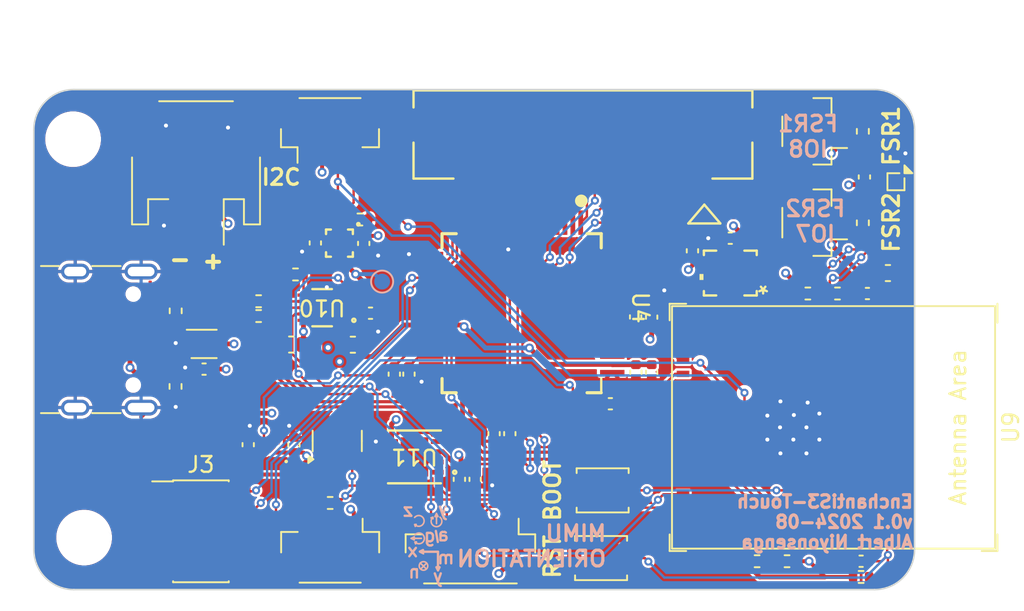
<source format=kicad_pcb>
(kicad_pcb (version 20240108) (generator "pcbnew") (generator_version "8.0")
  (title_block (title "EnchantiS3") (date "2024-02-09") (rev "v0.3"))
  (layers (0 "F.Cu" signal) (1 "In1.Cu" signal) (2 "In2.Cu" signal) (31 "B.Cu" signal) (34 "B.Paste" user) (35 "F.Paste" user) (36 "B.SilkS" user "B.Silkscreen") (37 "F.SilkS" user "F.Silkscreen") (38 "B.Mask" user) (39 "F.Mask" user) (44 "Edge.Cuts" user))
  (net 0 "")
  (net 1 "+BATT")
  (net 3 "GND")
  (net 4 "/EN")
  (net 5 "VUSB")
  (net 7 "/SCL")
  (net 8 "/SDA")
  (net 9 "/FSR1")
  (net 10 "/THRM")
  (net 11 "/IMU_INT2")
  (net 14 "/IMU_INT")
  (net 15 "Net-(J1-CC1)")
  (net 17 "Net-(J1-CC2)")
  (net 19 "/IO0")
  (net 20 "/BTN")
  (net 21 "/TXD")
  (net 22 "/RXD")
  (net 23 "/IO5")
  (net 24 "/IO6")
  (net 25 "/FSR2")
  (net 27 "/USBD-")
  (net 28 "/USBD+")
  (net 29 "/REG")
  (net 30 "/SCLK")
  (net 31 "/CIPO")
  (net 32 "/COPI")
  (net 33 "/CS")
  (net 34 "SYS")
  (net 35 "/CS1")
  (net 36 "/ISET")
  (net 37 "/STAT2")
  (net 38 "/VSET")
  (net 39 "/TMR")
  (net 40 "/D+")
  (net 41 "/D-")
  (net 42 "3V3_AUX")
  (net 43 "CHRG+")
  (net 44 "/LDO_EN")
  (net 47 "/STAT1")
  (net 48 "/EVT3")
  (net 49 "/EVT4")
  (net 50 "/VCCD")
  (net 51 "/CMOD00")
  (net 52 "/CMOD01")
  (net 53 "/CMOD10")
  (net 54 "/CMOD11")
  (net 55 "/MSC000")
  (net 56 "/MSC001")
  (net 57 "/MSC002")
  (net 58 "/MSC003")
  (net 59 "/MSC004")
  (net 60 "/MSC005")
  (net 61 "/MSC006")
  (net 62 "/MSC007")
  (net 63 "/MSC008")
  (net 64 "/MSC009")
  (net 65 "/MSC010")
  (net 66 "/MSC011")
  (net 67 "/MSC012")
  (net 68 "/MSC013")
  (net 69 "/MSC014")
  (net 70 "/MSC015")
  (net 71 "/MSC030")
  (net 72 "/MSC031")
  (net 73 "/MSC034")
  (net 74 "/MSC035")
  (net 75 "/MSC036")
  (net 76 "/MSC037")
  (net 77 "/MSC114")
  (net 78 "/MSC115")
  (net 79 "/SCL2")
  (net 80 "/SDA2")
  (net 81 "/RES")
  (net 82 "/CANFD_RX")
  (net 83 "/CANFD_TX")
  (net 84 "/CAN_H")
  (net 85 "/CAN_L")
  (net 86 "/SWDA")
  (net 87 "/SWCLK")
  (net 92 "/CAN_MODE")
  (net 94 "/SCLK3")
  (net 95 "/CIPO3")
  (net 96 "/CS3")
  (net 97 "/COPI3")
  (net 102 "/MSC048")
  (net 103 "/MSC051")
  (net 104 "/MSC049")
  (net 105 "/MSC050")
  (net 106 "/MSC026")
  (net 107 "/MSC023")
  (net 108 "/MSC022")
  (net 109 "/MSC103")
  (net 110 "/MSC131")
  (net 111 "/MSC101")
  (net 112 "/MSC105")
  (net 113 "/MSC102")
  (net 114 "/MSC024")
  (net 115 "/MSC130")
  (net 116 "/MSC029")
  (net 117 "/MSC100")
  (net 120 "/LED1")
  (net 121 "/LED2")
  (footprint "Capacitor_SMD:C_0402_1005Metric" (layer "F.Cu") (at 134.4975 54.6871 90)
    (property "Reference" "C6" (hide yes))
    (property "Value" "1uF")
  )
  (footprint "Connector_JST:JST_PH_S2B-PH-SM4-TB_1x02-1MP_P2.00mm_Horizontal" (layer "F.Cu") (at 103 49.7 180)
    (property "Reference" "BT1" (hide yes))
    (property "Value" "JST-PH-1x02-2.000mm")
  )
  (footprint "Resistor_SMD:R_0402_1005Metric" (layer "F.Cu") (at 143.7 57.4)
    (property "Reference" "R4" (hide yes))
    (property "Value" "2k2")
  )
  (footprint "Resistor_SMD:R_0402_1005Metric" (layer "F.Cu") (at 141.82 57.4 180)
    (property "Reference" "R9" (hide yes))
    (property "Value" "2k2")
  )
  (footprint "Capacitor_SMD:C_0603_1608Metric" (layer "F.Cu") (at 112.9511 60.6499)
    (property "Reference" "C23" (hide yes))
    (property "Value" "10uF")
  )
  (footprint "Package_BGA:WLP-4_0.86x0.86mm_P0.4mm" (layer "F.Cu") (at 147.41 50.3 -90)
    (property "Reference" "U2" (hide yes))
    (property "Value" "MMC5633NJL")
  )
  (footprint "Capacitor_SMD:C_0402_1005Metric" (layer "F.Cu") (at 145.2 74.4 180)
    (property "Reference" "C19" (hide yes))
    (property "Value" "1uF")
  )
  (footprint "Resistor_SMD:R_0402_1005Metric" (layer "F.Cu") (at 106.9711 58.8299)
    (property "Reference" "R19" (hide yes))
    (property "Value" "0.43k")
  )
  (footprint "Button_Switch_SMD:SW_SPST_B3U-1000P" (layer "F.Cu") (at 128.7 74.2 180)
    (property "Reference" "SW2" (hide yes))
    (property "Value" "B3U-1000P")
  )
  (footprint "Capacitor_SMD:C_0402_1005Metric" (layer "F.Cu") (at 145.6 57.4)
    (property "Reference" "C13" (hide yes))
    (property "Value" "0.1uF")
  )
  (footprint "Resistor_SMD:R_0402_1005Metric" (layer "F.Cu") (at 145.31 52.91 -90)
    (property "Reference" "R2" (hide yes))
    (property "Value" "10k")
  )
  (footprint "Resistor_SMD:R_0402_1005Metric" (layer "F.Cu") (at 145.2 75.4 180)
    (property "Reference" "R5" (hide yes))
    (property "Value" "10k")
  )
  (footprint "Connector_JST:JST_SH_BM06B-SRSS-TB_1x06-1MP_P1.00mm_Vertical" (layer "F.Cu") (at 120.41 73.8 180)
    (property "Reference" "FP1" (hide yes))
    (property "Value" "JST-SH-1x04 1.0mm")
  )
  (footprint "Package_TO_SOT_SMD:SOT-666" (layer "F.Cu") (at 103.51 60.6)
    (property "Reference" "U1" (hide yes))
    (property "Value" "USBLC6-2P6")
  )
  (footprint "max17262-footprints:21-100221A_W91G1&plus_3_MXM" (layer "F.Cu") (at 112.1 54.2 -90)
    (property "Reference" "U6" (hide yes))
    (property "Value" "MAX17262REWL+T")
  )
  (footprint "Capacitor_SMD:C_0402_1005Metric" (layer "F.Cu") (at 136.8975 53.8871 180)
    (property "Reference" "C20" (hide yes))
    (property "Value" "0.1uF")
  )
  (footprint "Package_TO_SOT_SMD:SOT-23" (layer "F.Cu") (at 111.96 66.7625 90)
    (property "Reference" "D1" (hide yes))
    (property "Value" "NUP2105L")
  )
  (footprint "PCM_Espressif:ESP32-S3-MINI-1" (layer "F.Cu") (at 140.9 65.9 -90)
    (property "Reference" "U9")
    (property "Value" "ESP32-S3-MINI-1")
  )
  (footprint "Capacitor_SMD:C_0402_1005Metric" (layer "F.Cu") (at 121.91 66.3 90)
    (property "Reference" "C24" (hide yes))
    (property "Value" "2.2nF")
  )
  (footprint "Resistor_SMD:R_0402_1005Metric" (layer "F.Cu") (at 101.7 63.3 90)
    (property "Reference" "R6" (hide yes))
    (property "Value" "5k1")
  )
  (footprint "LSM6DSV16XTR-footprints:LGA14L_LSM6_STM" (layer "F.Cu") (at 136.9 56.1 180)
    (property "Reference" "U7" (hide yes))
    (property "Value" "LSM6DSV16XTR")
  )
  (footprint "Connector_PinHeader_1.27mm:PinHeader_2x05_P1.27mm_Vertical_SMD" (layer "F.Cu") (at 103.31 72.5)
    (property "Reference" "J3")
    (property "Value" "Progamming Header")
  )
  (footprint "Capacitor_SMD:C_0402_1005Metric" (layer "F.Cu") (at 106.31 67 90)
    (property "Reference" "C4" (hide yes))
    (property "Value" "1uF")
  )
  (footprint "Capacitor_SMD:C_0402_1005Metric" (layer "F.Cu") (at 116.51 62.52 90)
    (property "Reference" "C17" (hide yes))
    (property "Value" "2.2nF")
  )
  (footprint "Resistor_SMD:R_0402_1005Metric" (layer "F.Cu") (at 140.5 74.4)
    (property "Reference" "R12" (hide yes))
    (property "Value" "2k2")
  )
  (footprint "Capacitor_SMD:C_0402_1005Metric" (layer "F.Cu") (at 122.91 66.3 90)
    (property "Reference" "C25" (hide yes))
    (property "Value" "2.2nF")
  )
  (footprint "Capacitor_SMD:C_0402_1005Metric" (layer "F.Cu") (at 113.64 54.22 -90)
    (property "Reference" "C1" (hide yes))
    (property "Value" "0.1uF")
  )
  (footprint "ffc_footprints:CON_541323262_MOL" (layer "F.Cu") (at 127.550015 47.3016 180)
    (property "Reference" "TOUCH2" (hide yes))
    (property "Value" "FFCHEADER" (hide yes))
  )
  (footprint "Connector_Molex:Molex_Pico-Clasp_501331-0407_1x04-1MP_P1.00mm_Vertical" (layer "F.Cu") (at 111.51 73.8 180)
    (property "Reference" "J2" (hide yes))
    (property "Value" "Conn_01x03_MountingPin")
  )
  (footprint "Button_Switch_SMD:SW_SPST_B3U-1000P" (layer "F.Cu") (at 128.8 69.9 180)
    (property "Reference" "SW1" (hide yes))
    (property "Value" "B3U-1000P")
  )
  (footprint "Resistor_SMD:R_0402_1005Metric" (layer "F.Cu") (at 138.6 74.4 180)
    (property "Reference" "R13" (hide yes))
    (property "Value" "2k2")
  )
  (footprint "Capacitor_SMD:C_0402_1005Metric" (layer "F.Cu") (at 114.0711 58.6499)
    (property "Reference" "C22" (hide yes))
    (property "Value" "1uF")
  )
  (footprint "Resistor_SMD:R_0402_1005Metric" (layer "F.Cu") (at 109.3111 56.1899)
    (property "Reference" "R21" (hide yes))
    (property "Value" "10k")
  )
  (footprint "MountingHole:MountingHole_3.2mm_M3_DIN965" (layer "F.Cu") (at 95.9 72.9)
    (property "Reference" "H2" (hide yes))
    (property "Value" "MountingHole" (hide yes))
  )
  (footprint "Capacitor_SMD:C_0402_1005Metric" (layer "F.Cu") (at 119.71 69.2 -90)
    (property "Reference" "C27" (hide yes))
    (property "Value" "0.1uF")
  )
  (footprint "Connector_JST:JST_SH_BM02B-SRSS-TB_1x02-1MP_P1.00mm_Vertical" (layer "F.Cu") (at 142.21 52.9 90)
    (property "Reference" "ANG3" (hide yes))
    (property "Value" "JST-SH-1.00mm 1x2")
  )
  (footprint "MountingHole:MountingHole_3.2mm_M3_DIN965" (layer "F.Cu") (at 95.2 47.6)
    (property "Reference" "H1" (hide yes))
    (property "Value" "MountingHole" (hide yes))
  )
  (footprint "Capacitor_SMD:C_0402_1005Metric" (layer "F.Cu") (at 130.91 62.4 90)
    (property "Reference" "C10" (hide yes))
    (property "Value" "1uF")
  )
  (footprint "TCAN3413-footprints:VSON8-DRB_TEX" (layer "F.Cu") (at 116.8578 67.774999 180)
    (property "Reference" "U11")
    (property "Value" "PTCAN3413DRBR")
  )
  (footprint "Capacitor_SMD:C_0402_1005Metric" (layer "F.Cu") (at 110.57 54.19 -90)
    (property "Reference" "C2" (hide yes))
    (property "Value" "0.47uF")
  )
  (footprint "Capacitor_SMD:C_0603_1608Metric" (layer "F.Cu") (at 109.0411 60.6399 180)
    (property "Reference" "C21" (hide yes))
    (property "Value" "10uF")
  )
  (footprint "Resistor_SMD:R_0402_1005Metric" (layer "F.Cu") (at 106.9711 57.8899)
    (property "Reference" "R20" (hide yes))
    (property "Value" "13k")
  )
  (footprint "NCP167AMX330TBG-footprints:XDFN4_1X1_711AJ_ONS" (layer "F.Cu") (at 107.7036 67.17615 180)
    (property "Reference" "U3" (hide yes))
    (property "Value" "NCP167AMX330TBG")
  )
  (footprint "Capacitor_SMD:C_0402_1005Metric" (layer "F.Cu") (at 131.91 62.4 90)
    (property "Reference" "C8" (hide yes))
    (property "Value" "0.1uF")
  )
  (footprint "BQ25185-footprints:WSON10_DLH_TEX-M" (layer "F.Cu") (at 111 58.3 180)
    (property "Reference" "U10")
    (property "Value" "BQ25185DLHR")
  )
  (footprint "Capacitor_SMD:C_0402_1005Metric" (layer "F.Cu") (at 103.51 62.2 180)
    (property "Reference" "C15" (hide yes))
    (property "Value" "0.1uF")
  )
  (footprint "Resistor_SMD:R_0402_1005Metric" (layer "F.Cu") (at 113.4 52.7)
    (property "Reference" "R14" (hide yes))
    (property "Value" "10k")
  )
  (footprint "Capacitor_SMD:C_0402_1005Metric" (layer "F.Cu") (at 131.91 58.9 -90)
    (property "Reference" "C3" (hide yes))
    (property "Value" "0.1uF")
  )
  (footprint "Connector_USB:USB_C_Receptacle_GCT_USB4105-xx-A_16P_TopMnt_Horizontal" (layer "F.Cu") (at 96.41 60.325 -90)
    (property "Reference" "J1" (hide yes))
    (property "Value" "USB_C_Receptacle_USB2.0")
  )
  (footprint "Capacitor_SMD:C_0402_1005Metric" (layer "F.Cu") (at 145.41 50 90)
    (property "Reference" "C18" (hide yes))
    (property "Value" "220nF")
  )
  (footprint "TQFP50P1200X1200X160-64N:TQFP50P1200X1200X160-64N" (layer "F.Cu") (at 123.66 58.65 -90)
    (property "Reference" "U4")
    (property "Value" "CY8C4149")
  )
  (footprint "Capacitor_SMD:C_0402_1005Metric" (layer "F.Cu") (at 120.71 69.2 -90)
    (property "Reference" "C26" (hide yes))
    (property "Value" "1uF")
  )
  (footprint "Capacitor_SMD:C_0402_1005Metric" (layer "F.Cu") (at 109.21 67.018 90)
    (property "Reference" "C5" (hide yes))
    (property "Value" "1uF")
  )
  (footprint "Capacitor_SMD:C_0402_1005Metric" (layer "F.Cu") (at 129.29 64.4 180)
    (property "Reference" "C14" (hide yes))
    (property "Value" "0.1uF")
  )
  (footprint "Capacitor_SMD:C_0603_1608Metric" (layer "F.Cu") (at 146.9 56.1)
    (property "Reference" "C9" (hide yes))
    (property "Value" "10uF")
  )
  (footprint "Capacitor_SMD:C_0402_1005Metric" (layer "F.Cu") (at 115.58 62.52 90)
    (property "Reference" "C16" (hide yes))
    (property "Value" "2.2nF")
  )
  (footprint "Connector_JST:JST_SH_BM02B-SRSS-TB_1x02-1MP_P1.00mm_Vertical" (layer "F.Cu") (at 142.21 47.1 90)
    (property "Reference" "ANG1" (hide yes))
    (property "Value" "JST-SH-1.00mm 1x2")
  )
  (footprint "Resistor_SMD:R_0402_1005Metric" (layer "F.Cu") (at 101.71 58.5 -90)
    (property "Reference" "R7" (hide yes))
    (property "Value" "5k1")
  )
  (footprint "Resistor_SMD:R_0402_1005Metric" (layer "F.Cu") (at 111.51 70.7)
    (property "Reference" "R46" (hide yes))
    (property "Value" "120")
  )
  (footprint "Capacitor_SMD:C_0402_1005Metric" (layer "F.Cu") (at 130.892519 58.886363 -90)
    (property "Reference" "C7" (hide yes))
    (property "Value" "1uF")
  )
  (footprint "Resistor_SMD:R_0402_1005Metric" (layer "F.Cu") (at 145.31 47.1 -90)
    (property "Reference" "R1" (hide yes))
    (property "Value" "10k")
  )
  (footprint "Connector_JST:JST_SH_BM04B-SRSS-TB_1x04-1MP_P1.00mm_Vertical" (layer "F.Cu") (at 111.5 47)
    (property "Reference" "TOUCH1" (hide yes))
    (property "Value" "JST-SH-1x04 1.0mm")
  )
  (footprint "TestPoint:TestPoint_Pad_D1.0mm" (layer "B.Cu") (at 114.808 56.642 180)
    (property "Reference" "TP1" (hide yes))
    (property "Value" "TestPoint")
  )
  (gr_line (start 117.262184 74.888801) (end 117.622184 74.528801) (stroke (width 0.1016)) (layer "B.SilkS"))
  (gr_line (start 118.2572 71.3638) (end 118.2572 72.0138) (stroke (width 0.1016)) (layer "B.SilkS"))
  (gr_arc (start 116.887201 72.7288) (mid 117.484066 72.897599) (end 116.964347 73.23614) (stroke (width 0.1016)) (layer "B.SilkS"))
  (gr_poly (pts (xy 118.452184 74.778801) (xy 118.352184 74.978801) (xy 118.252184 74.778801)) (stroke (width 0.15)) (fill solid) (layer "B.SilkS"))
  (gr_line (start 117.352184 73.798801) (end 118.352184 73.798801) (stroke (width 0.15)) (layer "B.SilkS"))
  (gr_poly (pts (xy 116.867631 72.067341) (xy 116.910484 72.190001) (xy 116.970484 72.060001)) (stroke (width 0.1016)) (fill solid) (layer "B.SilkS"))
  (gr_poly (pts (xy 116.8472 73.0488) (xy 116.6472 72.9488) (xy 116.8472 72.8488)) (stroke (width 0.1016)) (fill solid) (layer "B.SilkS"))
  (gr_line (start 117.612184 74.888801) (end 117.222184 74.508801) (stroke (width 0.1016)) (layer "B.SilkS"))
  (gr_line (start 118.342184 73.178801) (end 118.217184 72.478801) (stroke (width 0.15)) (layer "B.SilkS"))
  (gr_poly (pts (xy 117.402184 73.888801) (xy 117.202184 73.788801) (xy 117.402184 73.688801)) (stroke (width 0.15)) (fill solid) (layer "B.SilkS"))
  (gr_line (start 118.352184 73.798801) (end 118.352184 74.798801) (stroke (width 0.15)) (layer "B.SilkS"))
  (gr_poly (pts (xy 116.884347 73.17614) (xy 116.9272 73.2988) (xy 116.9872 73.1688)) (stroke (width 0.1016)) (fill solid) (layer "B.SilkS"))
  (gr_arc (start 118.4772 71.603801) (mid 118.308376 72.20053) (end 117.96986 71.680947) (stroke (width 0.1016)) (layer "B.SilkS"))
  (gr_arc (start 116.870485 71.620001) (mid 117.467377 71.788798) (end 116.947631 72.127341) (stroke (width 0.1016)) (layer "B.SilkS"))
  (gr_line (start 116.6472 72.9488) (end 117.2972 72.9488) (stroke (width 0.1016)) (layer "B.SilkS"))
  (gr_poly (pts (xy 118.02986 71.600947) (xy 117.9072 71.6438) (xy 118.0372 71.7038)) (stroke (width 0.1016)) (fill solid) (layer "B.SilkS"))
  (gr_circle (center 117.432184 74.698801) (end 117.212184 74.538801) (stroke (width 0.1016)) (fill none) (layer "B.SilkS"))
  (gr_poly (pts (xy 118.1572 71.5638) (xy 118.2572 71.3638) (xy 118.3572 71.5638)) (stroke (width 0.1016)) (fill solid) (layer "B.SilkS"))
  (gr_arc (start 146.05 44.45) (mid 147.846051 45.193949) (end 148.59 46.99) (stroke (width 0.1)) (layer "Edge.Cuts"))
  (gr_arc (start 148.59 73.66) (mid 147.846051 75.456051) (end 146.05 76.2) (stroke (width 0.1)) (layer "Edge.Cuts"))
  (gr_line (start 148.59 46.99) (end 148.59 73.66) (stroke (width 0.1)) (layer "Edge.Cuts"))
  (gr_line (start 146.05 76.2) (end 95.25 76.2) (stroke (width 0.1)) (layer "Edge.Cuts"))
  (gr_line (start 92.71 73.66) (end 92.71 46.99) (stroke (width 0.1)) (layer "Edge.Cuts"))
  (gr_line (start 95.25 44.45) (end 146.05 44.45) (stroke (width 0.1)) (layer "Edge.Cuts"))
  (gr_arc (start 92.71 46.99) (mid 93.453949 45.193949) (end 95.25 44.45) (stroke (width 0.1)) (layer "Edge.Cuts"))
  (gr_arc (start 95.25 76.2) (mid 93.453949 75.456051) (end 92.71 73.66) (stroke (width 0.1)) (layer "Edge.Cuts"))
  (gr_text "x" (at 117.163401 74.190516 0) (layer "B.SilkS") (effects (font (size 0.8 0.8) (thickness 0.15) (bold yes)) (justify left bottom mirror)))
  (gr_text "FSR1\nIO8" (at 141.8336 48.8188 0) (layer "B.SilkS") (effects (font (size 1 1) (thickness 0.2) (bold yes)) (justify bottom mirror)))
  (gr_text "a" (at 119.142184 73.178801 0) (layer "B.SilkS") (effects (font (size 0.8 0.8) (thickness 0.15) (bold yes)) (justify left bottom mirror)))
  (gr_text "z" (at 116.870485 71.620001 0) (layer "B.SilkS") (effects (font (size 0.8 0.8) (thickness 0.15) (bold yes)) (justify left bottom mirror)))
  (gr_text "y" (at 119.063401 71.570516 0) (layer "B.SilkS") (effects (font (size 0.8 0.8) (thickness 0.15) (bold yes)) (justify left bottom mirror)))
  (gr_text "g" (at 118.284684 73.238801 0) (layer "B.SilkS") (effects (font (size 0.8 0.8) (thickness 0.15) (bold yes)) (justify left bottom mirror)))
  (gr_text "MIMU\nORIENTATION" (at 129.1336 74.8284 0) (layer "B.SilkS") (effects (font (size 1 1) (thickness 0.2) (bold yes)) (justify left bottom mirror)))
  (gr_text "EnchantiS3-Touch\nv0.1 2024-08\nAlbert Niyonsenga" (at 148.59 73.66 0) (layer "B.SilkS") (effects (font (size 0.8 0.8) (thickness 0.2) (bold yes)) (justify left bottom mirror)))
  (gr_text "y" (at 118.743401 75.810516 0) (layer "B.SilkS") (effects (font (size 0.8 0.8) (thickness 0.15) (bold yes)) (justify left bottom mirror)))
  (gr_text "n" (at 117.303401 75.540516 0) (layer "B.SilkS") (effects (font (size 0.8 0.8) (thickness 0.15) (bold yes)) (justify left bottom mirror)))
  (gr_text "m" (at 119.482184 74.638801 0) (layer "B.SilkS") (effects (font (size 0.8 0.8) (thickness 0.15) (bold yes)) (justify left bottom mirror)))
  (gr_text "FSR2\nIO7" (at 142.2908 54.2036 0) (layer "B.SilkS") (effects (font (size 1 1) (thickness 0.2) (bold yes)) (justify bottom mirror)))
  (gr_text "RST" (at 126.200202 74.110156 90) (layer "F.SilkS") (effects (font (size 1 1) (thickness 0.2) (bold yes)) (justify bottom)))
  (gr_text "FSR2" (at 147.7 54.9 90) (layer "F.SilkS") (effects (font (size 1 1) (thickness 0.2) (bold yes)) (justify left bottom)))
  (gr_text "BOOT" (at 126.2 69.9 90) (layer "F.SilkS") (effects (font (size 1 1) (thickness 0.2) (bold yes)) (justify bottom)))
  (gr_text "FSR1" (at 147.7 49.4 90) (layer "F.SilkS") (effects (font (size 1 1) (thickness 0.2) (bold yes)) (justify left bottom)))
  (gr_text "-" (at 101.2 55.8 0) (layer "F.SilkS") (effects (font (size 1 1) (thickness 0.25) (bold yes)) (justify left bottom)))
  (gr_text "+" (at 103.3 55.9 0) (layer "F.SilkS") (effects (font (size 1 1) (thickness 0.25) (bold yes)) (justify left bottom)))
  (gr_text "I2C" (at 108.4 50.6 0) (layer "F.SilkS") (effects (font (size 1 1) (thickness 0.2) (bold yes)) (justify bottom)))
  (segment (start 105.029 52.959) (end 104.62 52.55) (width 0.3048) (layer "F.Cu") (net 1))
  (segment (start 113.18 54.2) (end 112.5 54.2) (width 0.3048) (layer "F.Cu") (net 1))
  (segment (start 113.64 53.74) (end 113.18 54.2) (width 0.3048) (layer "F.Cu") (net 1))
  (segment (start 113.64 53.74) (end 114.535 53.74) (width 0.254) (layer "F.Cu") (net 1))
  (segment (start 114.535 53.74) (end 114.554 53.721) (width 0.254) (layer "F.Cu") (net 1))
  (segment (start 104.62 52.55) (end 104 52.55) (width 0.3048) (layer "F.Cu") (net 1))
  (via (at 105.029 52.959) (size 0.5588) (drill 0.3048) (layers "F.Cu" "B.Cu") (net 1))
  (via (at 114.554 53.721) (size 0.5588) (drill 0.3048) (layers "F.Cu" "B.Cu") (net 1))
  (segment (start 108.7 45.8) (end 107.7 46.8) (width 0.254) (layer "F.Cu") (net 3))
  (segment (start 147.61 50.1) (end 147.61 48.9) (width 0.1524) (layer "F.Cu") (net 3))
  (segment (start 107.7 46.8) (end 106.35 46.8) (width 0.254) (layer "F.Cu") (net 3))
  (segment (start 114.5511 59.8141) (end 114.554 59.817) (width 0.254) (layer "F.Cu") (net 3))
  (segment (start 111.6216 54.67) (end 111.6916 54.6) (width 0.254) (layer "F.Cu") (net 3))
  (segment (start 102.93 62.2) (end 103.03 62.1) (width 0.254) (layer "F.Cu") (net 3))
  (segment (start 136.4175 55.155274) (end 136.399874 55.1729) (width 0.254) (layer "F.Cu") (net 3))
  (segment (start 111.40005 57.89995) (end 111 58.3) (width 0.254) (layer "F.Cu") (net 3))
  (segment (start 140.081 64.25) (end 141.732 64.25) (width 0.254) (layer "F.Cu") (net 3))
  (segment (start 106.35 46.8) (end 105.092 46.8) (width 0.254) (layer "F.Cu") (net 3))
  (segment (start 129.416363 58.406363) (end 129.41 58.4) (width 0.254) (layer "F.Cu") (net 3))
  (segment (start 114.5511 58.6499) (end 114.5511 59.8141) (width 0.254) (layer "F.Cu") (net 3))
  (segment (start 142.55 65.9) (end 142.55 67.55) (width 0.254) (layer "F.Cu") (net 3))
  (segment (start 140.9 65.081991) (end 140.932933 65.114924) (width 0.254) (layer "F.Cu") (net 3))
  (segment (start 146.08 57.4) (end 147 57.4) (width 0.254) (layer "F.Cu") (net 3))
  (segment (start 109.01 65.88) (end 109.11 65.98) (width 0.254) (layer "F.Cu") (net 3))
  (segment (start 134.8175 53.8871) (end 134.4975 54.2071) (width 0.254) (layer "F.Cu") (net 3))
  (segment (start 131.91 58) (end 132.71 57.2) (width 0.254) (layer "F.Cu") (net 3))
  (segment (start 102 52.55) (end 101.501 52.55) (width 0.254) (layer "F.Cu") (net 3))
  (segment (start 111.8001 57.4999) (end 111 58.3) (width 0.254) (layer "F.Cu") (net 3))
  (segment (start 110.57 54.67) (end 109.795 54.67) (width 0.254) (layer "F.Cu") (net 3))
  (segment (start 146 57.48) (end 146.08 57.4) (width 0.254) (layer "F.Cu") (net 3))
  (segment (start 142.55 65.9) (end 141.732 65.9) (width 0.254) (layer "F.Cu") (net 3))
  (segment (start 107.7036 67.17615) (end 108.34175 66.538) (width 0.1524) (layer "F.Cu") (net 3))
  (segment (start 144.72 74.4) (end 144.72 73.32) (width 0.254) (layer "F.Cu") (net 3))
  (segment (start 109.11 65.98) (end 109.09 65.98) (width 0.1524) (layer "F.Cu") (net 3))
  (segment (start 115.58 63) (end 116.51 63) (width 0.254) (layer "F.Cu") (net 3))
  (segment (start 101.71 63.82) (end 101.71 64.6) (width 0.254) (layer "F.Cu") (net 3))
  (segment (start 135.5 53.8871) (end 134.8175 53.8871) (width 0.254) (layer "F.Cu") (net 3))
  (segment (start 99.65 46.8) (end 101.028 46.8) (width 0.254) (layer "F.Cu") (net 3))
  (segment (start 144.72 73.32) (end 144.3 72.9) (width 0.254) (layer "F.Cu") (net 3))
  (segment (start 102.41 62.2) (end 102.93 62.2) (width 0.254) (layer "F.Cu") (net 3))
  (segment (start 119.81 69.58) (end 120.81 69.58) (width 0.254) (layer "F.Cu") (net 3))
  (segment (start 142.55 65.9) (end 142.55 64.25) (width 0.254) (layer "F.Cu") (net 3))
  (segment (start 117.91 54.9) (end 116.51 54.9) (width 0.254) (layer "F.Cu") (net 3))
  (segment (start 140.9 65.024) (end 140.9 67.55) (width 0.254) (layer "F.Cu") (net 3))
  (segment (start 145.14 72.9) (end 144.72 73.32) (width 0.254) (layer "F.Cu") (net 3))
  (segment (start 101.7645 60.6) (end 101.71 60.5455) (width 0.254) (layer "F.Cu") (net 3))
  (segment (start 147 57.4) (end 147.675 56.725) (width 0.254) (layer "F.Cu") (net 3))
  (segment (start 101.028 46.8) (end 101.092 46.736) (width 0.254) (layer "F.Cu") (net 3))
  (segment (start 117.182801 68.1) (end 116.8578 67.774999) (width 0.1524) (layer "F.Cu") (net 3))
  (segment (start 130.892519 58.406363) (end 129.416363 58.406363) (width 0.254) (layer "F.Cu") (net 3))
  (segment (start 105.092 46.8) (end 105.029 46.863) (width 0.254) (layer "F.Cu") (net 3))
  (segment (start 122.91 54.5) (end 122.81 54.6) (width 0.254) (layer "F.Cu") (net 3))
  (segment (start 108.34175 66.538) (end 109.11 66.538) (width 0.1524) (layer "F.Cu") (net 3))
  (segment (start 121.79 69.58) (end 120.81 69.58) (width 0.254) (layer "F.Cu") (net 3))
  (segment (start 117.31 63) (end 116.51 63) (width 0.254) (layer "F.Cu") (net 3))
  (segment (start 113.7261 60.6449) (end 114.554 59.817) (width 0.254) (layer "F.Cu") (net 3))
  (segment (start 145.15 72.9) (end 145.14 72.9) (width 0.254) (layer "F.Cu") (net 3))
  (segment (start 109.795 54.67) (end 109.728 54.737) (width 0.254) (layer "F.Cu") (net 3))
  (segment (start 122.91 52.9) (end 122.91 54.5) (width 0.254) (layer "F.Cu") (net 3))
  (segment (start 111 58.3) (end 111 57.3) (width 0.254) (layer "F.Cu") (net 3))
  (segment (start 112.1811 57.4999) (end 111.8001 57.4999) (width 0.254) (layer "F.Cu") (net 3))
  (segment (start 102.585 60.6) (end 101.7645 60.6) (width 0.254) (layer "F.Cu") (net 3))
  (segment (start 100.09 64.6641) (end 99.515 65.2391) (width 0.254) (layer "F.Cu") (net 3))
  (segment (start 110.57 54.67) (end 111.6216 54.67) (width 0.254) (layer "F.Cu") (net 3))
  (segment (start 140.9 64.25) (end 140.9 65.024) (width 0.254) (layer "F.Cu") (net 3))
  (segment (start 139.25 65.024) (end 139.25 65.153) (width 0.254) (layer "F.Cu") (net 3))
  (segment (start 109.09 65.98) (end 108.91 65.8) (width 0.1524) (layer "F.Cu") (net 3))
  (segment (start 102.31 62.1) (end 102.41 62.2) (width 0.254) (layer "F.Cu") (net 3))
  (segment (start 106.31 65.9) (end 106.41 65.8) (width 0.254) (layer "F.Cu") (net 3))
  (segment (start 141.732 64.25) (end 142.55 64.25) (width 0.254) (layer "F.Cu") (net 3))
  (segment (start 147.675 56.725) (end 147.675 56.1) (width 0.254) (layer "F.Cu") (net 3))
  (segment (start 140.9 65.024) (end 140.9 65.081991) (width 0.254) (layer "F.Cu") (net 3))
  (segment (start 139.25 67.55) (end 139.25 65.024) (width 0.254) (layer "F.Cu") (net 3))
  (segment (start 109.11 65.98) (end 109.11 66.538) (width 0.254) (layer "F.Cu") (net 3))
  (segment (start 111.96 65.825) (end 113.435 65.825) (width 0.254) (layer "F.Cu") (net 3))
  (segment (start 136.4175 53.8871) (end 136.4175 55.155274) (width 0.254) (layer "F.Cu") (net 3))
  (segment (start 147.61 48.9) (end 148.01 48.5) (width 0.1524) (layer "F.Cu") (net 3))
  (segment (start 136.9 54.3696) (end 136.4175 53.8871) (width 0.254) (layer "F.Cu") (net 3))
  (segment (start 135.5 53.8871) (end 136.4175 53.8871) (width 0.254) (layer "F.Cu") (net 3))
  (segment (start 139.25 64.25) (end 140.081 64.25) (width 0.254) (layer "F.Cu") (net 3))
  (segment (start 141.732 64.25) (end 141.807428 64.325428) (width 0.254) (layer "F.Cu") (net 3))
  (segment (start 118.3056 68.1) (end 117.182801 68.1) (width 0.1524) (layer "F.Cu") (net 3))
  (segment (start 113.64 54.7) (end 114.263 54.7) (width 0.254) (layer "F.Cu") (net 3))
  (segment (start 114.263 54.7) (end 114.554 54.991) (width 0.254) (layer "F.Cu") (net 3))
  (segment (start 101.501 52.55) (end 100.965 53.086) (width 0.254) (layer "F.Cu") (net 3))
  (segment (start 131.91 58.42) (end 131.91 58) (width 0.254) (layer "F.Cu") (net 3))
  (segment (start 136.9 55.1729) (end 136.9 54.3696) (width 0.254) (layer "F.Cu") (net 3))
  (segment (start 147.9 58.9) (end 146 58.9) (width 0.254) (layer "F.Cu") (net 3))
  (segment (start 146 58.9) (end 146 57.48) (width 0.254) (layer "F.Cu") (net 3))
  (segment (start 142.55 67.55) (end 139.25 67.55) (width 0.254) (layer "F.Cu") (net 3))
  (segment (start 112.1811 57.89995) (end 111.40005 57.89995) (width 0.254) (layer "F.Cu") (net 3))
  (segment (start 139.25 65.9) (end 141.732 65.9) (width 0.254) (layer "F.Cu") (net 3))
  (segment (start 147.9 72.9) (end 147.9 58.9) (width 0.254) (layer "F.Cu") (net 3))
  (segment (start 111 57.3) (end 111.3 57) (width 0.254) (layer "F.Cu") (net 3))
  (segment (start 106.31 66.52) (end 106.31 65.9) (width 0.254) (layer "F.Cu") (net 3))
  (segment (start 139.25 65.024) (end 139.25 64.25) (width 0.254) (layer "F.Cu") (net 3))
  (segment (start 113.7261 60.6499) (end 113.7261 60.6449) (width 0.254) (layer "F.Cu") (net 3))
  (segment (start 101.7 63.81) (end 101.71 63.82) (width 0.254) (layer "F.Cu") (net 3))
  (segment (start 113.435 65.825) (end 114.41 66.8) (width 0.254) (layer "F.Cu") (net 3))
  (via (at 100.965 53.086) (size 0.508) (drill 0.254) (layers "F.Cu" "B.Cu") (net 3))
  (via (at 108.91 65.8) (size 0.508) (drill 0.254) (layers "F.Cu" "B.Cu") (net 3))
  (via (at 116.51 54.9) (size 0.508) (drill 0.254) (layers "F.Cu" "B.Cu") (net 3))
  (via (at 139.25 65.153) (size 0.508) (drill 0.254) (layers "F.Cu" "B.Cu") (net 3))
  (via (at 105.029 46.863) (size 0.508) (drill 0.254) (layers "F.Cu" "B.Cu") (net 3))
  (via (at 114.41 66.8) (size 0.508) (drill 0.254) (layers "F.Cu" "B.Cu") (net 3))
  (via (at 140.932933 65.114924) (size 0.508) (drill 0.254) (layers "F.Cu" "B.Cu") (net 3))
  (via (at 122.81 54.6) (size 0.508) (drill 0.254) (layers "F.Cu" "B.Cu") (net 3))
  (via (at 106.41 65.8) (size 0.508) (drill 0.254) (layers "F.Cu" "B.Cu") (net 3))
  (via (at 111.3 57) (size 0.508) (drill 0.254) (layers "F.Cu" "B.Cu") (net 3))
  (via (at 114.554 54.991) (size 0.508) (drill 0.254) (layers "F.Cu" "B.Cu") (net 3))
  (via (at 140.081 64.25) (size 0.508) (drill 0.254) (layers "F.Cu" "B.Cu") (net 3))
  (via (at 102.31 62.1) (size 0.508) (drill 0.254) (layers "F.Cu" "B.Cu") (net 3))
  (via (at 135.5 53.8871) (size 0.508) (drill 0.254) (layers "F.Cu" "B.Cu") (net 3))
  (via (at 140.081 67.55) (size 0.508) (drill 0.254) (layers "F.Cu" "B.Cu") (net 3))
  (via (at 101.092 46.736) (size 0.508) (drill 0.254) (layers "F.Cu" "B.Cu") (net 3))
  (via (at 140.9 66.675) (size 0.508) (drill 0.254) (layers "F.Cu" "B.Cu") (net 3))
  (via (at 101.71 60.5455) (size 0.508) (drill 0.254) (layers "F.Cu" "B.Cu") (net 3))
  (via (at 114.554 59.817) (size 0.508) (drill 0.254) (layers "F.Cu" "B.Cu") (net 3))
  (via (at 139.25 66.675) (size 0.508) (drill 0.254) (layers "F.Cu" "B.Cu") (net 3))
  (via (at 109.728 54.737) (size 0.508) (drill 0.254) (layers "F.Cu" "B.Cu") (net 3))
  (via (at 121.79 69.58) (size 0.508) (drill 0.254) (layers "F.Cu" "B.Cu") (net 3))
  (via (at 132.71 57.2) (size 0.508) (drill 0.254) (layers "F.Cu" "B.Cu") (net 3))
  (via (at 101.71 64.6) (size 0.508) (drill 0.254) (layers "F.Cu" "B.Cu") (net 3))
  (via (at 148.01 48.5) (size 0.508) (drill 0.254) (layers "F.Cu" "B.Cu") (net 3))
  (via (at 117.31 63) (size 0.508) (drill 0.254) (layers "F.Cu" "B.Cu") (net 3))
  (via (at 142.55 65.024) (size 0.508) (drill 0.254) (layers "F.Cu" "B.Cu") (net 3))
  (via (at 142.55 66.675) (size 0.508) (drill 0.254) (layers "F.Cu" "B.Cu") (net 3))
  (via (at 141.807428 64.325428) (size 0.508) (drill 0.254) (layers "F.Cu" "B.Cu") (net 3))
  (via (at 140.0556 65.9) (size 0.508) (drill 0.254) (layers "F.Cu" "B.Cu") (net 3))
  (via (at 141.732 65.9) (size 0.508) (drill 0.254) (layers "F.Cu" "B.Cu") (net 3))
  (via (at 141.732 67.55) (size 0.508) (drill 0.254) (layers "F.Cu" "B.Cu") (net 3))
  (segment (start 131.699 74.422) (end 131.477 74.2) (width 0.1524) (layer "F.Cu") (net 4))
  (segment (start 146.9 74) (end 146.9 75.2) (width 0.1524) (layer "F.Cu") (net 4))
  (segment (start 131.477 74.2) (end 130.4 74.2) (width 0.1524) (layer "F.Cu") (net 4))
  (segment (start 146.85 73.95) (end 146.85 72.9) (width 0.1524) (layer "F.Cu") (net 4))
  (segment (start 146.5 74.4) (end 145.68 74.4) (width 0.1524) (layer "F.Cu") (net 4))
  (segment (start 146.9 74) (end 146.5 74.4) (width 0.1524) (layer "F.Cu") (net 4))
  (segment (start 146.7 75.4) (end 145.71 75.4) (width 0.1524) (layer "F.Cu") (net 4))
  (segment (start 146.9 75.2) (end 146.7 75.4) (width 0.1524) (layer "F.Cu") (net 4))
  (segment (start 146.9 74) (end 146.85 73.95) (width 0.1524) (layer "F.Cu") (net 4))
  (via (at 131.699 74.422) (size 0.508) (drill 0.254) (layers "F.Cu" "B.Cu") (net 4))
  (via (at 146.9 74) (size 0.508) (drill 0.254) (layers "F.Cu" "B.Cu") (net 4))
  (segment (start 131.699 74.422) (end 132.715 75.438) (width 0.1524) (layer "B.Cu") (net 4))
  (segment (start 145.462 75.438) (end 146.9 74) (width 0.1524) (layer "B.Cu") (net 4))
  (segment (start 132.715 75.438) (end 145.462 75.438) (width 0.1524) (layer "B.Cu") (net 4))
  (segment (start 109.8161 60.6399) (end 109.8161 59.1029) (width 0.3048) (layer "F.Cu") (net 5))
  (segment (start 98.81 58.5672) (end 99.4522 57.925) (width 0.3048) (layer "F.Cu") (net 5))
  (segment (start 99.9326 62.5676) (end 99.2776 62.5676) (width 0.3048) (layer "F.Cu") (net 5))
  (segment (start 109.8161 59.817) (end 109.8161 60.6399) (width 0.254) (layer "F.Cu") (net 5))
  (segment (start 99.4522 57.925) (end 100.09 57.925) (width 0.3048) (layer "F.Cu") (net 5))
  (segment (start 99.2776 62.5676) (end 98.81 62.1) (width 0.3048) (layer "F.Cu") (net 5))
  (segment (start 103.99 62.2) (end 104.91 62.2) (width 0.3048) (layer "F.Cu") (net 5))
  (segment (start 100.09 62.725) (end 99.9326 62.5676) (width 0.3048) (layer "F.Cu") (net 5))
  (segment (start 109.8161 59.1029) (end 109.8189 59.1001) (width 0.3048) (layer "F.Cu") (net 5))
  (segment (start 98.81 62.1) (end 98.81 58.5672) (width 0.3048) (layer "F.Cu") (net 5))
  (segment (start 104.435 60.6) (end 105.41 60.6) (width 0.3048) (layer "F.Cu") (net 5))
  (via (at 109.8161 59.817) (size 0.5588) (drill 0.3048) (layers "F.Cu" "B.Cu") (net 5))
  (via (at 105.41 60.6) (size 0.5588) (drill 0.3048) (layers "F.Cu" "B.Cu") (net 5))
  (via (at 98.81 62.1) (size 0.5588) (drill 0.3048) (layers "F.Cu" "B.Cu") (net 5))
  (via (at 104.91 62.2) (size 0.5588) (drill 0.3048) (layers "F.Cu" "B.Cu") (net 5))
  (segment (start 139.11 72.99) (end 139.2 72.9) (width 0.1524) (layer "F.Cu") (net 7))
  (segment (start 116.455 53.155) (end 113 49.7) (width 0.1524) (layer "F.Cu") (net 7))
  (segment (start 112.1 52.528164) (end 112.1 53.8) (width 0.1524) (layer "F.Cu") (net 7))
  (segment (start 113 48.325) (end 113 51.628164) (width 0.1524) (layer "F.Cu") (net 7))
  (segment (start 139.11 74.4) (end 139.11 72.99) (width 0.1524) (layer "F.Cu") (net 7))
  (segment (start 113 49.7) (end 113 48.325) (width 0.1524) (layer "F.Cu") (net 7))
  (segment (start 139.2 71.6) (end 139.2 72.9) (width 0.1524) (layer "F.Cu") (net 7))
  (segment (start 135 61.8) (end 136.9 63.7) (width 0.1524) (layer "F.Cu") (net 7))
  (segment (start 113 51.628164) (end 112.1 52.528164) (width 0.1524) (layer "F.Cu") (net 7))
  (segment (start 136.9 63.7) (end 136.9 69.3) (width 0.1524) (layer "F.Cu") (net 7))
  (segment (start 136.9 69.3) (end 139.2 71.6) (width 0.1524) (layer "F.Cu") (net 7))
  (via (at 116.455 53.155) (size 0.508) (drill 0.254) (layers "F.Cu" "B.Cu") (net 7))
  (via (at 135 61.8) (size 0.508) (drill 0.254) (layers "F.Cu" "B.Cu") (net 7))
  (segment (start 121.8298 57.136185) (end 126.493615 61.8) (width 0.1524) (layer "B.Cu") (net 7))
  (segment (start 117.865 53.155) (end 121.8298 57.1198) (width 0.1524) (layer "B.Cu") (net 7))
  (segment (start 116.455 53.155) (end 117.865 53.155) (width 0.1524) (layer "B.Cu") (net 7))
  (segment (start 121.8298 57.1198) (end 121.8298 57.136185) (width 0.1524) (layer "B.Cu") (net 7))
  (segment (start 126.493615 61.8) (end 135 61.8) (width 0.1524) (layer "B.Cu") (net 7))
  (segment (start 140.05 72.9) (end 140.05 74.34) (width 0.1524) (layer "F.Cu") (net 8))
  (segment (start 112 51.8) (end 111.7 52.1) (width 0.1524) (layer "F.Cu") (net 8))
  (segment (start 140.05 71.35) (end 137.8 69.1) (width 0.1524) (layer "F.Cu") (net 8))
  (segment (start 137.8 69.1) (end 137.8 63.7) (width 0.1524) (layer "F.Cu") (net 8))
  (segment (start 140.05 72.9) (end 140.05 71.35) (width 0.1524) (layer "F.Cu") (net 8))
  (segment (start 112 48.325) (end 112 50.3) (width 0.1524) (layer "F.Cu") (net 8))
  (segment (start 140.05 74.34) (end 139.99 74.4) (width 0.1524) (layer "F.Cu") (net 8))
  (segment (start 112 50.3) (end 112 51.8) (width 0.1524) (layer "F.Cu") (net 8))
  (segment (start 111.7 52.1) (end 111.7 53.8) (width 0.1524) (layer "F.Cu") (net 8))
  (via (at 137.8 63.7) (size 0.508) (drill 0.254) (layers "F.Cu" "B.Cu") (net 8))
  (via (at 112 50.3) (size 0.508) (drill 0.254) (layers "F.Cu" "B.Cu") (net 8))
  (segment (start 115.4252 53.7252) (end 112 50.3) (width 0.1524) (layer "B.Cu") (net 8))
  (segment (start 121.4374 57.298723) (end 121.4374 57.282338) (width 0.1524) (layer "B.Cu") (net 8))
  (segment (start 117.880262 53.7252) (end 115.4252 53.7252) (width 0.1524) (layer "B.Cu") (net 8))
  (segment (start 126.74187 62.603193) (end 121.4374 57.298723) (width 0.1524) (layer "B.Cu") (net 8))
  (segment (start 137.8 63.7) (end 136.703193 62.603193) (width 0.1524) (layer "B.Cu") (net 8))
  (segment (start 136.703193 62.603193) (end 126.74187 62.603193) (width 0.1524) (layer "B.Cu") (net 8))
  (segment (start 121.4374 57.282338) (end 117.880262 53.7252) (width 0.1524) (layer "B.Cu") (net 8))
  (segment (start 141.659324 46.6) (end 143.535 46.6) (width 0.1524) (layer "F.Cu") (net 9))
  (segment (start 139.1 56.8) (end 137.5 58.4) (width 0.1524) (layer "F.Cu") (net 9))
  (segment (start 137.5 58.4) (end 137.5 58.9) (width 0.1524) (layer "F.Cu") (net 9))
  (segment (start 143.535 46.6) (end 143.81 46.6) (width 0.1524) (layer "F.Cu") (net 9))
  (segment (start 139.1 49.5) (end 139.1 49.159324) (width 0.1524) (layer "F.Cu") (net 9))
  (segment (start 139.1 49.159324) (end 141.659324 46.6) (width 0.1524) (layer "F.Cu") (net 9))
  (segment (start 139.1 49.149324) (end 139.1 49.5) (width 0.1524) (layer "F.Cu") (net 9))
  (segment (start 139.1 49.5) (end 139.1 56.8) (width 0.1524) (layer "F.Cu") (net 9))
  (segment (start 143.82 46.59) (end 145.31 46.59) (width 0.1524) (layer "F.Cu") (net 9))
  (segment (start 143.81 46.6) (end 143.82 46.59) (width 0.1524) (layer "F.Cu") (net 9))
  (segment (start 112.5 53.09) (end 112.5 53.8) (width 0.1524) (layer "F.Cu") (net 10))
  (segment (start 112.89 52.7) (end 112.5 53.09) (width 0.1524) (layer "F.Cu") (net 10))
  (segment (start 133.7 60.8) (end 133.0134 60.1134) (width 0.1524) (layer "F.Cu") (net 11))
  (segment (start 135.350063 55.849937) (end 135.7189 55.849937) (width 0.1524) (layer "F.Cu") (net 11))
  (segment (start 133.0134 60.1134) (end 133.0134 58.1866) (width 0.1524) (layer "F.Cu") (net 11))
  (segment (start 133.9 60.8) (end 133.7 60.8) (width 0.1524) (layer "F.Cu") (net 11))
  (segment (start 133.0134 58.1866) (end 135.350063 55.849937) (width 0.1524) (layer "F.Cu") (net 11))
  (segment (start 138.0811 55.349811) (end 138.0811 53.2811) (width 0.1524) (layer "F.Cu") (net 14))
  (segment (start 137.4 52.6) (end 135.3 52.6) (width 0.1524) (layer "F.Cu") (net 14))
  (segment (start 138.0811 53.2811) (end 137.4 52.6) (width 0.1524) (layer "F.Cu") (net 14))
  (segment (start 132.7 60.65) (end 133.7 61.65) (width 0.1524) (layer "F.Cu") (net 14))
  (segment (start 135.3 52.6) (end 133.5652 54.3348) (width 0.1524) (layer "F.Cu") (net 14))
  (segment (start 132.7 58.1) (end 132.7 60.65) (width 0.1524) (layer "F.Cu") (net 14))
  (segment (start 133.5652 57.2348) (end 132.7 58.1) (width 0.1524) (layer "F.Cu") (net 14))
  (segment (start 133.7 61.65) (end 133.9 61.65) (width 0.1524) (layer "F.Cu") (net 14))
  (segment (start 133.5652 54.3348) (end 133.5652 57.2348) (width 0.1524) (layer "F.Cu") (net 14))
  (segment (start 101.71 59.01) (end 100.155 59.01) (width 0.1524) (layer "F.Cu") (net 15))
  (segment (start 100.155 59.01) (end 100.09 59.075) (width 0.1524) (layer "F.Cu") (net 15))
  (segment (start 101.7 62.79) (end 100.985 62.075) (width 0.1524) (layer "F.Cu") (net 17))
  (segment (start 100.985 62.075) (end 100.09 62.075) (width 0.1524) (layer "F.Cu") (net 17))
  (segment (start 130.5 69.9) (end 131.61 69.9) (width 0.1524) (layer "F.Cu") (net 19))
  (segment (start 144.3 68.806) (end 144.3 58.9) (width 0.1524) (layer "F.Cu") (net 19))
  (segment (start 143.206 69.9) (end 144.3 68.806) (width 0.1524) (layer "F.Cu") (net 19))
  (segment (start 139.827 69.9) (end 143.206 69.9) (width 0.1524) (layer "F.Cu") (net 19))
  (via (at 139.827 69.9) (size 0.508) (drill 0.254) (layers "F.Cu" "B.Cu") (net 19))
  (via (at 131.61 69.9) (size 0.508) (drill 0.254) (layers "F.Cu" "B.Cu") (net 19))
  (segment (start 139.827 69.9) (end 131.61 69.9) (width 0.1524) (layer "B.Cu") (net 19))
  (segment (start 117.91 59.9) (end 118.8374 59.9) (width 0.1524) (layer "F.Cu") (net 20))
  (segment (start 119.21 60.2726) (end 119.21 64) (width 0.1524) (layer "F.Cu") (net 20))
  (segment (start 118.8374 59.9) (end 119.21 60.2726) (width 0.1524) (layer "F.Cu") (net 20))
  (segment (start 121.91 71.4) (end 121.91 72.475) (width 0.1524) (layer "F.Cu") (net 20))
  (via (at 119.21 64) (size 0.508) (drill 0.254) (layers "F.Cu" "B.Cu") (net 20))
  (via (at 121.91 71.4) (size 0.508) (drill 0.254) (layers "F.Cu" "B.Cu") (net 20))
  (segment (start 121.31 66.1) (end 119.21 64) (width 0.1524) (layer "B.Cu") (net 20))
  (segment (start 121.31 70.8) (end 121.31 66.1) (width 0.1524) (layer "B.Cu") (net 20))
  (segment (start 121.91 71.4) (end 121.31 70.8) (width 0.1524) (layer "B.Cu") (net 20))
  (segment (start 139.9 52.4) (end 139.4 52.9) (width 0.1524) (layer "F.Cu") (net 25))
  (segment (start 145.31 52.4) (end 143.535 52.4) (width 0.1524) (layer "F.Cu") (net 25))
  (segment (start 139.4 56.99796) (end 139.4 52.9) (width 0.1524) (layer "F.Cu") (net 25))
  (segment (start 138.35 58.9) (end 138.35 58.04796) (width 0.1524) (layer "F.Cu") (net 25))
  (segment (start 138.35 58.04796) (end 139.4 56.99796) (width 0.1524) (layer "F.Cu") (net 25))
  (segment (start 143.535 52.4) (end 139.9 52.4) (width 0.1524) (layer "F.Cu") (net 25))
  (segment (start 104.36 60.0625) (end 105.979434 60.0625) (width 0.2) (layer "F.Cu") (net 27))
  (segment (start 105.979434 60.0625) (end 110.187934 64.271) (width 0.2) (layer "F.Cu") (net 27))
  (segment (start 132.8 65.9) (end 133.9 65.9) (width 0.2) (layer "F.Cu") (net 27))
  (segment (start 117.981 64.271) (end 121.185 67.475) (width 0.2) (layer "F.Cu") (net 27))
  (segment (start 121.185 67.475) (end 131.225 67.475) (width 0.2) (layer "F.Cu") (net 27))
  (segment (start 110.187934 64.271) (end 117.981 64.271) (width 0.2) (layer "F.Cu") (net 27))
  (segment (start 131.225 67.475) (end 132.8 65.9) (width 0.2) (layer "F.Cu") (net 27))
  (segment (start 131.375 67.925) (end 132.55 66.75) (width 0.2) (layer "F.Cu") (net 28))
  (segment (start 106.589158 61.1375) (end 110.051658 64.6) (width 0.2) (layer "F.Cu") (net 28))
  (segment (start 121.169724 67.925) (end 131.375 67.925) (width 0.2) (layer "F.Cu") (net 28))
  (segment (start 117.844724 64.6) (end 121.169724 67.925) (width 0.2) (layer "F.Cu") (net 28))
  (segment (start 104.36 61.1375) (end 106.589158 61.1375) (width 0.2) (layer "F.Cu") (net 28))
  (segment (start 110.051658 64.6) (end 117.844724 64.6) (width 0.2) (layer "F.Cu") (net 28))
  (segment (start 132.55 66.75) (end 133.9 66.75) (width 0.2) (layer "F.Cu") (net 28))
  (segment (start 111.7 54.2) (end 111.5 54.2) (width 0.1524) (layer "F.Cu") (net 29))
  (segment (start 111.01 53.71) (end 110.57 53.71) (width 0.1524) (layer "F.Cu") (net 29))
  (segment (start 111.5 54.2) (end 111.01 53.71) (width 0.1524) (layer "F.Cu") (net 29))
  (segment (start 133.9 63.35) (end 132.95 63.35) (width 0.1524) (layer "F.Cu") (net 30))
  (segment (start 130.5 65.8) (end 126.3826 65.8) (width 0.1524) (layer "F.Cu") (net 30))
  (segment (start 126.3826 65.8) (end 125.91 65.3274) (width 0.1524) (layer "F.Cu") (net 30))
  (segment (start 125.91 65.3274) (end 125.91 64.4) (width 0.1524) (layer "F.Cu") (net 30))
  (segment (start 132.95 63.35) (end 130.5 65.8) (width 0.1524) (layer "F.Cu") (net 30))
  (segment (start 125.41 64.4) (end 125.41 65.3274) (width 0.1524) (layer "F.Cu") (net 31))
  (segment (start 130.6 66.4) (end 132.8 64.2) (width 0.1524) (layer "F.Cu") (net 31))
  (segment (start 125.41 65.3274) (end 126.4826 66.4) (width 0.1524) (layer "F.Cu") (net 31))
  (segment (start 132.8 64.2) (end 133.9 64.2) (width 0.1524) (layer "F.Cu") (net 31))
  (segment (start 126.4826 66.4) (end 130.6 66.4) (width 0.1524) (layer "F.Cu") (net 31))
  (segment (start 126.39732 66.9) (end 124.91 65.41268) (width 0.1524) (layer "F.Cu") (net 32))
  (segment (start 124.91 65.41268) (end 124.91 64.4) (width 0.1524) (layer "F.Cu") (net 32))
  (segment (start 126.39732 66.9) (end 130.9 66.9) (width 0.1524) (layer "F.Cu") (net 32))
  (segment (start 132.75 65.05) (end 130.9 66.9) (width 0.1524) (layer "F.Cu") (net 32))
  (segment (start 133.9 65.05) (end 132.75 65.05) (width 0.1524) (layer "F.Cu") (net 32))
  (segment (start 130.38932 65.51272) (end 133.40204 62.5) (width 0.1524) (layer "F.Cu") (net 33))
  (segment (start 126.41 65.3274) (end 126.59532 65.51272) (width 0.1524) (layer "F.Cu") (net 33))
  (segment (start 133.40204 62.5) (end 133.9 62.5) (width 0.1524) (layer "F.Cu") (net 33))
  (segment (start 126.41 64.4) (end 126.41 65.3274) (width 0.1524) (layer "F.Cu") (net 33))
  (segment (start 126.59532 65.51272) (end 130.38932 65.51272) (width 0.1524) (layer "F.Cu") (net 33))
  (segment (start 125.19637 61.9) (end 124.153185 60.856815) (width 0.3048) (layer "F.Cu") (net 34))
  (segment (start 112.1761 59.13885) (end 112.1811 59.13385) (width 0.3048) (layer "F.Cu") (net 34))
  (segment (start 105.99 67.48) (end 105.7186 67.2086) (width 0.3048) (layer "F.Cu") (net 34))
  (segment (start 112.1761 60.6499) (end 112.1761 59.13885) (width 0.3048) (layer "F.Cu") (net 34))
  (segment (start 129.41 61.9) (end 125.19637 61.9) (width 0.3048) (layer "F.Cu") (net 34))
  (segment (start 116.173392 59.4) (end 114.167092 61.4063) (width 0.3048) (layer "F.Cu") (net 34))
  (segment (start 131.91 61.92) (end 129.43 61.92) (width 0.3048) (layer "F.Cu") (net 34))
  (segment (start 111.5621 60.6499) (end 111.379 60.833) (width 0.3048) (layer "F.Cu") (net 34))
  (segment (start 119.91 59.4) (end 117.91 59.4) (width 0.3048) (layer "F.Cu") (net 34))
  (segment (start 120.01 59.5) (end 119.91 59.4) (width 0.3048) (layer "F.Cu") (net 34))
  (segment (start 107.2972 67.5) (end 106.41 67.5) (width 0.1524) (layer "F.Cu") (net 34))
  (segment (start 129.43 61.92) (end 129.41 61.9) (width 0.3048) (layer "F.Cu") (net 34))
  (segment (start 112.11 61.722) (end 112.1761 61.6559) (width 0.3048) (layer "F.Cu") (net 34))
  (segment (start 106.31 67.48) (end 105.99 67.48) (width 0.3048) (layer "F.Cu") (net 34))
  (segment (start 112.1761 60.6499) (end 111.5621 60.6499) (width 0.3048) (layer "F.Cu") (net 34))
  (segment (start 105.7186 65.6914) (end 106.41 65) (width 0.3048) (layer "F.Cu") (net 34))
  (segment (start 106.41 65) (end 107.81 65) (width 0.3048) (layer "F.Cu") (net 34))
  (segment (start 112.1761 61.6559) (end 112.1761 60.6499) (width 0.3048) (layer "F.Cu") (net 34))
  (segment (start 112.9325 61.4063) (end 112.1761 60.6499) (width 0.3048) (layer "F.Cu") (net 34))
  (segment (start 117.91 59.4) (end 116.173392 59.4) (width 0.3048) (layer "F.Cu") (net 34))
  (segment (start 114.167092 61.4063) (end 112.9325 61.4063) (width 0.3048) (layer "F.Cu") (net 34))
  (segment (start 105.7186 67.2086) (end 105.7186 65.6914) (width 0.3048) (layer "F.Cu") (net 34))
  (via (at 111.379 60.833) (size 0.5588) (drill 0.3048) (layers "F.Cu" "B.Cu") (net 34))
  (via (at 112.11 61.722) (size 0.5588) (drill 0.3048) (layers "F.Cu" "B.Cu") (net 34))
  (via (at 124.153185 60.856815) (size 0.5588) (drill 0.3048) (layers "F.Cu" "B.Cu") (net 34))
  (via (at 120.01 59.5) (size 0.5588) (drill 0.3048) (layers "F.Cu" "B.Cu") (net 34))
  (via (at 107.81 65) (size 0.5588) (drill 0.3048) (layers "F.Cu" "B.Cu") (net 34))
  (segment (start 121.366815 60.856815) (end 120.01 59.5) (width 0.3048) (layer "B.Cu") (net 34))
  (segment (start 124.153185 60.856815) (end 121.366815 60.856815) (width 0.3048) (layer "B.Cu") (net 34))
  (segment (start 107.4811 58.8299) (end 108.011 58.3) (width 0.1524) (layer "F.Cu") (net 36))
  (segment (start 108.011 58.3) (end 109.8189 58.3) (width 0.1524) (layer "F.Cu") (net 36))
  (segment (start 110.798 63.788) (end 115.016 63.788) (width 0.1524) (layer "F.Cu") (net 37))
  (segment (start 112.7673 58.20675) (end 112.67405 58.3) (width 0.1524) (layer "F.Cu") (net 37))
  (segment (start 118.91 72.475) (end 118.91 71.1) (width 0.1524) (layer "F.Cu") (net 37))
  (segment (start 112.67405 58.3) (end 112.1811 58.3) (width 0.1524) (layer "F.Cu") (net 37))
  (segment (start 109.51 62.5) (end 110.798 63.788) (width 0.1524) (layer "F.Cu") (net 37))
  (segment (start 112.7673 57.1573) (end 112.7673 58.20675) (width 0.1524) (layer "F.Cu") (net 37))
  (segment (start 112.01 56.4) (end 112.7673 57.1573) (width 0.1524) (layer "F.Cu") (net 37))
  (via (at 118.91 71.1) (size 0.508) (drill 0.254) (layers "F.Cu" "B.Cu") (net 37))
  (via (at 115.016 63.788) (size 0.508) (drill 0.254) (layers "F.Cu" "B.Cu") (net 37))
  (via (at 112.01 56.4) (size 0.508) (drill 0.254) (layers "F.Cu" "B.Cu") (net 37))
  (via (at 109.51 62.5) (size 0.508) (drill 0.254) (layers "F.Cu" "B.Cu") (net 37))
  (segment (start 109.3315 57.2785) (end 109.3315 62.3215) (width 0.1524) (layer "B.Cu") (net 37))
  (segment (start 115.016 63.794) (end 118.91 67.688) (width 0.1524) (layer "B.Cu") (net 37))
  (segment (start 109.3315 62.3215) (end 109.51 62.5) (width 0.1524) (layer "B.Cu") (net 37))
  (segment (start 118.91 67.688) (end 118.91 71.1) (width 0.1524) (layer "B.Cu") (net 37))
  (segment (start 112.01 56.4) (end 110.21 56.4) (width 0.1524) (layer "B.Cu") (net 37))
  (segment (start 115.016 63.788) (end 115.016 63.794) (width 0.1524) (layer "B.Cu") (net 37))
  (segment (start 110.21 56.4) (end 109.3315 57.2785) (width 0.1524) (layer "B.Cu") (net 37))
  (segment (start 107.49115 57.89995) (end 107.4811 57.8899) (width 0.1524) (layer "F.Cu") (net 38))
  (segment (start 109.8189 57.89995) (end 107.49115 57.89995) (width 0.1524) (layer "F.Cu") (net 38))
  (segment (start 109.8211 57.4977) (end 109.8189 57.4999) (width 0.1524) (layer "F.Cu") (net 39))
  (segment (start 109.8211 56.1899) (end 109.8211 57.4977) (width 0.1524) (layer "F.Cu") (net 39))
  (segment (start 99.286 60.954) (end 99.286 60.3) (width 0.2) (layer "F.Cu") (net 40))
  (segment (start 99.286 60.3) (end 99.511 60.075) (width 0.2) (layer "F.Cu") (net 40))
  (segment (start 99.511 60.075) (end 100.09 60.075) (width 0.2) (layer "F.Cu") (net 40))
  (segment (start 99.407 61.075) (end 99.286 60.954) (width 0.2) (layer "F.Cu") (net 40))
  (segment (start 100.1525 61.1375) (end 102.66 61.1375) (width 0.2) (layer "F.Cu") (net 40))
  (segment (start 100.09 61.075) (end 100.1525 61.1375) (width 0.2) (layer "F.Cu") (net 40))
  (segment (start 100.09 61.075) (end 99.407 61.075) (width 0.2) (layer "F.Cu") (net 40))
  (segment (start 100.865 60.575) (end 101.3775 60.0625) (width 0.2) (layer "F.Cu") (net 41))
  (segment (start 101.875 60.0625) (end 102.66 60.0625) (width 0.2) (layer "F.Cu") (net 41))
  (segment (start 101.3875 59.575) (end 100.09 59.575) (width 0.2) (layer "F.Cu") (net 41))
  (segment (start 100.09 60.575) (end 100.865 60.575) (width 0.2) (layer "F.Cu") (net 41))
  (segment (start 101.875 60.0625) (end 101.3875 59.575) (width 0.2) (layer "F.Cu") (net 41))
  (segment (start 101.3775 60.0625) (end 101.875 60.0625) (width 0.2) (layer "F.Cu") (net 41))
  (segment (start 137.3775 53.8871) (end 137.3775 55.150274) (width 0.3048) (layer "F.Cu") (net 42))
  (segment (start 141.01 74.4) (end 141.9 74.4) (width 0.254) (layer "F.Cu") (net 42))
  (segment (start 138.09 74.719999) (end 138.770001 75.4) (width 0.3048) (layer "F.Cu") (net 42))
  (segment (start 109.13177 68.893285) (end 110.01 68.015055) (width 0.254) (layer "F.Cu") (net 42))
  (segment (start 142.9 75.4) (end 141.9 74.4) (width 0.254) (layer "F.Cu") (net 42))
  (segment (start 130.426156 58.9) (end 130.892519 59.366363) (width 0.3048) (layer "F.Cu") (net 42))
  (segment (start 113.01 71.3) (end 112.81 71.1) (width 0.254) (layer "F.Cu") (net 42))
  (segment (start 145.79 50.1) (end 145.41 50.48) (width 0.1524) (layer "F.Cu") (net 42))
  (segment (start 119.667336 67.642664) (end 119.81 67.785328) (width 0.3048) (layer "F.Cu") (net 42))
  (segment (start 145.12 57.4) (end 145.12 56.11) (width 0.3048) (layer "F.Cu") (net 42))
  (segment (start 137.3775 55.150274) (end 137.400126 55.1729) (width 0.3048) (layer "F.Cu") (net 42))
  (segment (start 109.11 67.498) (end 109.808 67.498) (width 0.254) (layer "F.Cu") (net 42))
  (segment (start 143.535 47.6) (end 143.535 48.275) (width 0.3048) (layer "F.Cu") (net 42))
  (segment (start 129.41 58.9) (end 130.426156 58.9) (width 0.3048) (layer "F.Cu") (net 42))
  (segment (start 145.12 57.4) (end 145.12 58.87) (width 0.3048) (layer "F.Cu") (net 42))
  (segment (start 131.91 59.38) (end 130.906156 59.38) (width 0.3048) (layer "F.Cu") (net 42))
  (segment (start 131.91 59.38) (end 131.91 60.2) (width 0.3048) (layer "F.Cu") (net 42))
  (segment (start 110.01 68.015055) (end 110.01 67.7) (width 0.254) (layer "F.Cu") (net 42))
  (segment (start 144.69 75.4) (end 142.9 75.4) (width 0.254) (layer "F.Cu") (net 42))
  (segment (start 143.535 54.075) (end 143.31 54.3) (width 0.3048) (layer "F.Cu") (net 42))
  (segment (start 122.91 74.484) (end 122.21 75.184) (width 0.3048) (layer "F.Cu") (net 42))
  (segment (start 137.3775 53.3775) (end 137.1 53.1) (width 0.3048) (layer "F.Cu") (net 42))
  (segment (start 138.09 74.4) (end 138.09 74.719999) (width 0.3048) (layer "F.Cu") (net 42))
  (segment (start 113.01 72.475) (end 113.01 71.3) (width 0.254) (layer "F.Cu") (net 42))
  (segment (start 145.12 58.87) (end 145.15 58.9) (width 0.3048) (layer "F.Cu") (net 42))
  (segment (start 115.41 66.8) (end 115.41 65.687) (width 0.3048) (layer "F.Cu") (net 42))
  (segment (start 145.12 57.105) (end 146.125 56.1) (width 0.3048) (layer "F.Cu") (net 42))
  (segment (start 101.36 69.96) (end 102.426715 68.893285) (width 0.254) (layer "F.Cu") (net 42))
  (segment (start 130.906156 59.38) (end 130.892519 59.366363) (width 0.3048) (layer "F.Cu") (net 42))
  (segment (start 109.11 67.498) (end 108.112 67.498) (width 0.254) (layer "F.Cu") (net 42))
  (segment (start 141.31 57.4) (end 141.31 57) (width 0.3048) (layer "F.Cu") (net 42))
  (segment (start 134.4975 55.1671) (end 134.4975 55.6215) (width 0.254) (layer "F.Cu") (net 42))
  (segment (start 137.3775 53.8871) (end 137.3775 53.3775) (width 0.3048) (layer "F.Cu") (net 42))
  (segment (start 118.3056 67.449998) (end 118.639998 67.449998) (width 0.3048) (layer "F.Cu") (net 42))
  (segment (start 143.535 53.4) (end 143.535 54.075) (width 0.3048) (layer "F.Cu") (net 42))
  (segment (start 138.770001 75.4) (end 142.9 75.4) (width 0.3048) (layer "F.Cu") (net 42))
  (segment (start 147.21 50.1) (end 145.79 50.1) (width 0.1524) (layer "F.Cu") (net 42))
  (segment (start 144.21 57.4) (end 145.12 57.4) (width 0.3048) (layer "F.Cu") (net 42))
  (segment (start 120.81 68.62) (end 119.81 68.62) (width 0.3048) (layer "F.Cu") (net 42))
  (segment (start 119.81 67.785328) (end 119.81 68.62) (width 0.3048) (layer "F.Cu") (net 42))
  (segment (start 143.535 48.275) (end 143.31 48.5) (width 0.3048) (layer "F.Cu") (net 42))
  (segment (start 135.536189 55.1671) (end 135.7189 55.349811) (width 0.3048) (layer "F.Cu") (net 42))
  (segment (start 115.41 65.687) (end 115.697 65.4) (width 0.3048) (layer "F.Cu") (net 42))
  (segment (start 131.91 60.2) (end 131.81 60.3) (width 0.3048) (layer "F.Cu") (net 42))
  (segment (start 134.4975 55.6215) (end 134.239 55.88) (width 0.254) (layer "F.Cu") (net 42))
  (segment (start 145.12 57.4) (end 145.12 57.105) (width 0.3048) (layer "F.Cu") (net 42))
  (segment (start 111 49.7) (end 111 48.325) (width 0.254) (layer "F.Cu") (net 42))
  (segment (start 122.91 72.475) (end 122.91 74.484) (width 0.3048) (layer "F.Cu") (net 42))
  (segment (start 145.12 56.11) (end 143.31 54.3) (width 0.3048) (layer "F.Cu") (net 42))
  (segment (start 145.41 50.48) (end 144.43 50.48) (width 0.3048) (layer "F.Cu") (net 42))
  (segment (start 108.112 67.498) (end 108.11 67.5) (width 0.254) (layer "F.Cu") (net 42))
  (segment (start 102.426715 68.893285) (end 109.13177 68.893285) (width 0.254) (layer "F.Cu") (net 42))
  (segment (start 141.31 57) (end 140.41 56.1) (width 0.3048) (layer "F.Cu") (net 42))
  (segment (start 134.4975 55.1671) (end 135.536189 55.1671) (width 0.3048) (layer "F.Cu") (net 42))
  (segment (start 118.639998 67.449998) (end 119.81 68.62) (width 0.3048) (layer "F.Cu") (net 42))
  (segment (start 109.808 67.498) (end 110.01 67.7) (width 0.254) (layer "F.Cu") (net 42))
  (segment (start 144.43 50.48) (end 144.41 50.5) (width 0.3048) (layer "F.Cu") (net 42))
  (via (at 140.41 56.1) (size 0.5588) (drill 0.3048) (layers "F.Cu" "B.Cu") (net 42))
  (via (at 143.31 48.5) (size 0.5588) (drill 0.3048) (layers "F.Cu" "B.Cu") (net 42))
  (via (at 137.1 53.1) (size 0.5588) (drill 0.3048) (layers "F.Cu" "B.Cu") (net 42))
  (via (at 122.21 75.184) (size 0.5588) (drill 0.3048) (layers "F.Cu" "B.Cu") (net 42))
  (via (at 115.697 65.4) (size 0.5588) (drill 0.3048) (layers "F.Cu" "B.Cu") (net 42))
  (via (at 112.81 71.1) (size 0.5588) (drill 0.3048) (layers "F.Cu" "B.Cu") (net 42))
  (via (at 119.667336 67.642664) (size 0.5588) (drill 0.3048) (layers "F.Cu" "B.Cu") (net 42))
  (via (at 143.31 54.3) (size 0.5588) (drill 0.3048) (layers "F.Cu" "B.Cu") (net 42))
  (via (at 144.41 50.5) (size 0.5588) (drill 0.3048) (layers "F.Cu" "B.Cu") (net 42))
  (via (at 134.239 55.88) (size 0.5588) (drill 0.3048) (layers "F.Cu" "B.Cu") (net 42))
  (via (at 131.81 60.3) (size 0.5588) (drill 0.3048) (layers "F.Cu" "B.Cu") (net 42))
  (via (at 141.9 74.4) (size 0.5588) (drill 0.3048) (layers "F.Cu" "B.Cu") (net 42))
  (via (at 110.01 67.7) (size 0.5588) (drill 0.3048) (layers "F.Cu" "B.Cu") (net 42))
  (via (at 111 49.7) (size 0.5588) (drill 0.3048) (layers "F.Cu" "B.Cu") (net 42))
  (segment (start 112.1811 58.70005) (end 113.54095 58.70005) (width 0.3048) (layer "F.Cu") (net 43))
  (segment (start 113.54095 58.70005) (end 113.5911 58.6499) (width 0.3048) (layer "F.Cu") (net 43))
  (segment (start 112.1 55.14283) (end 112.1 54.6) (width 0.1524) (layer "F.Cu") (net 43))
  (segment (start 113.124085 56.166915) (end 113.5911 56.63393) (width 0.3048) (layer "F.Cu") (net 43))
  (segment (start 113.5911 56.63393) (end 113.5911 58.6499) (width 0.3048) (layer "F.Cu") (net 43))
  (segment (start 113.124085 56.166915) (end 112.1 55.14283) (width 0.3048) (layer "F.Cu") (net 43))
  (via (at 113.124085 56.166915) (size 0.5588) (drill 0.3048) (layers "F.Cu" "B.Cu") (net 43))
  (segment (start 113.124085 56.166915) (end 114.332915 56.166915) (width 0.254) (layer "B.Cu") (net 43))
  (segment (start 114.332915 56.166915) (end 114.808 56.642) (width 0.254) (layer "B.Cu") (net 43))
  (segment (start 107.31 66.1) (end 107.31 66.8395) (width 0.1524) (layer "F.Cu") (net 44))
  (segment (start 112.01 62.6) (end 114.217932 62.6) (width 0.1524) (layer "F.Cu") (net 44))
  (segment (start 116.417932 60.4) (end 117.91 60.4) (width 0.1524) (layer "F.Cu") (net 44))
  (segment (start 107.31 66.8395) (end 107.2972 66.8523) (width 0.1524) (layer "F.Cu") (net 44))
  (segment (start 114.217932 62.6) (end 116.417932 60.4) (width 0.1524) (layer "F.Cu") (net 44))
  (via (at 112.01 62.6) (size 0.508) (drill 0.254) (layers "F.Cu" "B.Cu") (net 44))
  (via (at 107.31 66.1) (size 0.508) (drill 0.254) (layers "F.Cu" "B.Cu") (net 44))
  (segment (start 107.31 64) (end 108.21 63.1) (width 0.1524) (layer "B.Cu") (net 44))
  (segment (start 111.51 63.1) (end 112.01 62.6) (width 0.1524) (layer "B.Cu") (net 44))
  (segment (start 107.31 66.1) (end 107.31 64) (width 0.1524) (layer "B.Cu") (net 44))
  (segment (start 108.21 63.1) (end 111.51 63.1) (width 0.1524) (layer "B.Cu") (net 44))
  (segment (start 109.11 61.249407) (end 109.11 58.87555) (width 0.1524) (layer "F.Cu") (net 47))
  (segment (start 114.01 63.3) (end 111.160593 63.3) (width 0.1524) (layer "F.Cu") (net 47))
  (segment (start 109.11 58.87555) (end 109.2855 58.70005) (width 0.1524) (layer "F.Cu") (net 47))
  (segment (start 117.91 70.9406) (end 117.91 72.475) (width 0.1524) (layer "F.Cu") (net 47))
  (segment (start 111.160593 63.3) (end 109.11 61.249407) (width 0.1524) (layer "F.Cu") (net 47))
  (segment (start 109.2855 58.70005) (end 109.8189 58.70005) (width 0.1524) (layer "F.Cu") (net 47))
  (via (at 114.01 63.3) (size 0.508) (drill 0.254) (layers "F.Cu" "B.Cu") (net 47))
  (via (at 117.91 70.9406) (size 0.508) (drill 0.254) (layers "F.Cu" "B.Cu") (net 47))
  (segment (start 114.51 65.2) (end 117.91 68.6) (width 0.1524) (layer "B.Cu") (net 47))
  (segment (start 117.91 68.6) (end 117.91 70.9406) (width 0.1524) (layer "B.Cu") (net 47))
  (segment (start 114.01 63.3) (end 114.51 63.8) (width 0.1524) (layer "B.Cu") (net 47))
  (segment (start 114.51 63.8) (end 114.51 65.2) (width 0.1524) (layer "B.Cu") (net 47))
  (segment (start 128.81 64.4) (end 127.41 64.4) (width 0.1524) (layer "F.Cu") (net 50))
  (segment (start 117.91 60.9) (end 116.72 60.9) (width 0.1524) (layer "F.Cu") (net 51))
  (segment (start 116.72 60.9) (end 115.58 62.04) (width 0.1524) (layer "F.Cu") (net 51))
  (segment (start 117.15 61.4) (end 117.91 61.4) (width 0.1524) (layer "F.Cu") (net 52))
  (segment (start 116.51 62.04) (end 117.15 61.4) (width 0.1524) (layer "F.Cu") (net 52))
  (segment (start 121.91 65.82) (end 121.91 64.4) (width 0.1524) (layer "F.Cu") (net 53))
  (segment (start 122.9026 65.82) (end 122.91 65.82) (width 0.1524) (layer "F.Cu") (net 54))
  (segment (start 122.41 65.3274) (end 122.9026 65.82) (width 0.1524) (layer "F.Cu") (net 54))
  (segment (start 122.41 64.4) (end 122.41 65.3274) (width 0.1524) (layer "F.Cu") (net 54))
  (segment (start 133.21 55.6) (end 133.21 54.1) (width 0.1524) (layer "F.Cu") (net 55))
  (segment (start 129.41 57.9) (end 130.91 57.9) (width 0.1524) (layer "F.Cu") (net 55))
  (segment (start 134.800001 52.509999) (end 134.800001 49.799593) (width 0.1524) (layer "F.Cu") (net 55))
  (segment (start 130.91 57.9) (end 133.21 55.6) (width 0.1524) (layer "F.Cu") (net 55))
  (segment (start 133.21 54.1) (end 134.800001 52.509999) (width 0.1524) (layer "F.Cu") (net 55))
  (segment (start 134.31 52.4) (end 134.31 52.2) (width 0.1524) (layer "F.Cu") (net 56))
  (segment (start 130.91 57.4) (end 132.9286 55.3814) (width 0.1524) (layer "F.Cu") (net 56))
  (segment (start 134.31 52.2) (end 134.299999 52.189999) (width 0.1524) (layer "F.Cu") (net 56))
  (segment (start 134.299999 52.189999) (end 134.299999 49.799593) (width 0.1524) (layer "F.Cu") (net 56))
  (segment (start 129.41 57.4) (end 130.91 57.4) (width 0.1524) (layer "F.Cu") (net 56))
  (segment (start 132.9286 53.7814) (end 134.31 52.4) (width 0.1524) (layer "F.Cu") (net 56))
  (segment (start 132.9286 55.3814) (end 132.9286 53.7814) (width 0.1524) (layer "F.Cu") (net 56))
  (segment (start 132.6472 53.66484) (end 132.6472 54.9628) (width 0.1524) (layer "F.Cu") (net 57))
  (segment (start 133.8 49.799593) (end 133.8 52.51204) (width 0.1524) (layer "F.Cu") (net 57))
  (segment (start 133.8 52.51204) (end 132.6472 53.66484) (width 0.1524) (layer "F.Cu") (net 57))
  (segment (start 132.6472 54.9628) (end 130.71 56.9) (width 0.1524) (layer "F.Cu") (net 57))
  (segment (start 130.71 56.9) (end 129.41 56.9) (width 0.1524) (layer "F.Cu") (net 57))
  (segment (start 133.31 52.6) (end 133.299998 52.589998) (width 0.1524) (layer "F.Cu") (net 58))
  (segment (start 130.51 56.4) (end 132.3658 54.5442) (width 0.1524) (layer "F.Cu") (net 58))
  (segment (start 129.41 56.4) (end 130.51 56.4) (width 0.1524) (layer "F.Cu") (net 58))
  (segment (start 132.3658 54.5442) (end 132.3658 53.5442) (width 0.1524) (layer "F.Cu") (net 58))
  (segment (start 133.299998 52.589998) (end 133.299998 49.799593) (width 0.1524) (layer "F.Cu") (net 58))
  (segment (start 132.3658 53.5442) (end 133.31 52.6) (width 0.1524) (layer "F.Cu") (net 58))
  (segment (start 132.799999 52.712041) (end 131.93892 53.57312) (width 0.1524) (layer "F.Cu") (net 59))
  (segment (start 132.799999 49.799593) (end 132.799999 52.712041) (width 0.1524) (layer "F.Cu") (net 59))
  (segment (start 130.41 55.9) (end 129.41 55.9) (width 0.1524) (layer "F.Cu") (net 59))
  (segment (start 131.93892 54.37108) (end 130.41 55.9) (width 0.1524) (layer "F.Cu") (net 59))
  (segment (start 131.93892 53.57312) (end 131.93892 54.37108) (width 0.1524) (layer "F.Cu") (net 59))
  (segment (start 131.65752 53.45248) (end 132.31 52.8) (width 0.1524) (layer "F.Cu") (net 60))
  (segment (start 132.3 52.79) (end 132.3 49.799593) (width 0.1524) (layer "F.Cu") (net 60))
  (segment (start 129.41 55.4) (end 130.31 55.4) (width 0.1524) (layer "F.Cu") (net 60))
  (segment (start 131.65752 54.05248) (end 131.65752 53.45248) (width 0.1524) (layer "F.Cu") (net 60))
  (segment (start 130.31 55.4) (end 131.65752 54.05248) (width 0.1524) (layer "F.Cu") (net 60))
  (segment (start 132.31 52.8) (end 132.3 52.79) (width 0.1524) (layer "F.Cu") (net 60))
  (segment (start 129.41 54.9) (end 130.11 54.9) (width 0.1524) (layer "F.Cu") (net 61))
  (segment (start 131.799999 52.912041) (end 131.799999 49.799593) (width 0.1524) (layer "F.Cu") (net 61))
  (segment (start 131.37612 53.33592) (end 131.799999 52.912041) (width 0.1524) (layer "F.Cu") (net 61))
  (segment (start 130.11 54.9) (end 131.37612 53.63388) (width 0.1524) (layer "F.Cu") (net 61))
  (segment (start 131.37612 53.63388) (end 131.37612 53.33592) (width 0.1524) (layer "F.Cu") (net 61))
  (segment (start 127.799999 52.510001) (end 127.41 52.9) (width 0.1524) (layer "F.Cu") (net 62))
  (segment (start 127.799999 49.799593) (end 127.799999 52.510001) (width 0.1524) (layer "F.Cu") (net 62))
  (segment (start 127.3 51.41) (end 126.91 51.8) (width 0.1524) (layer "F.Cu") (net 63))
  (segment (start 127.3 49.799593) (end 127.3 51.41) (width 0.1524) (layer "F.Cu") (net 63))
  (segment (start 126.91 51.8) (end 126.91 52.9) (width 0.1524) (layer "F.Cu") (net 63))
  (segment (start 126.41 51.90204) (end 126.41 52.9) (width 0.1524) (layer "F.Cu") (net 64))
  (segment (start 126.799999 49.799593) (end 126.799999 51.512041) (width 0.1524) (layer "F.Cu") (net 64))
  (segment (start 126.799999 51.512041) (end 126.41 51.90204) (width 0.1524) (layer "F.Cu") (net 64))
  (segment (start 126.3 49.799593) (end 126.3 51.61408) (width 0.1524) (layer "F.Cu") (net 65))
  (segment (start 125.91 52.00408) (end 125.91 52.9) (width 0.1524) (layer "F.Cu") (net 65))
  (segment (start 126.3 51.61408) (end 125.91 52.00408) (width 0.1524) (layer "F.Cu") (net 65))
  (segment (start 125.799998 51.716122) (end 125.41 52.10612) (width 0.1524) (layer "F.Cu") (net 66))
  (segment (start 125.799998 49.799593) (end 125.799998 51.716122) (width 0.1524) (layer "F.Cu") (net 66))
  (segment (start 125.41 52.10612) (end 125.41 52.9) (width 0.1524) (layer "F.Cu") (net 66))
  (segment (start 124.91 52) (end 124.91 52.9) (width 0.1524) (layer "F.Cu") (net 67))
  (segment (start 125.299999 51.610001) (end 124.91 52) (width 0.1524) (layer "F.Cu") (net 67))
  (segment (start 125.299999 49.799593) (end 125.299999 51.610001) (width 0.1524) (layer "F.Cu") (net 67))
  (segment (start 124.8 49.799593) (end 124.8 51.71204) (width 0.1524) (layer "F.Cu") (net 68))
  (segment (start 124.8 51.71204) (end 124.41 52.10204) (width 0.1524) (layer "F.Cu") (net 68))
  (segment (start 124.41 52.10204) (end 124.41 52.9) (width 0.1524) (layer "F.Cu") (net 68))
  (segment (start 124.299999 49.799593) (end 124.299999 51.674601) (width 0.1524) (layer "F.Cu") (net 69))
  (segment (start 123.91 52.0646) (end 123.91 52.9) (width 0.1524) (layer "F.Cu") (net 69))
  (segment (start 124.299999 51.674601) (end 123.91 52.0646) (width 0.1524) (layer "F.Cu") (net 69))
  (segment (start 123.8 49.799593) (end 123.8 51.61) (width 0.1524) (layer "F.Cu") (net 70))
  (segment (start 123.41 52) (end 123.41 52.9) (width 0.1524) (layer "F.Cu") (net 70))
  (segment (start 123.8 51.61) (end 123.41 52) (width 0.1524) (layer "F.Cu") (net 70))
  (segment (start 120.299999 50.510001) (end 120.299999 49.799593) (width 0.1524) (layer "F.Cu") (net 71))
  (segment (start 119.2734 51.5366) (end 120.299999 50.510001) (width 0.1524) (layer "F.Cu") (net 71))
  (segment (start 119.2734 54.964) (end 119.2734 51.5366) (width 0.1524) (layer "F.Cu") (net 71))
  (segment (start 118.8374 55.4) (end 119.2734 54.964) (width 0.1524) (layer "F.Cu") (net 71))
  (segment (start 117.91 55.4) (end 118.8374 55.4) (width 0.1524) (layer "F.Cu") (net 71))
  (segment (start 120.799998 50.654035) (end 119.5548 51.899233) (width 0.1524) (layer "F.Cu") (net 72))
  (segment (start 119.5548 55.1552) (end 118.81 55.9) (width 0.1524) (layer "F.Cu") (net 72))
  (segment (start 120.799998 49.799593) (end 120.799998 50.654035) (width 0.1524) (layer "F.Cu") (net 72))
  (segment (start 119.5548 51.899233) (end 119.5548 55.1552) (width 0.1524) (layer "F.Cu") (net 72))
  (segment (start 118.81 55.9) (end 117.91 55.9) (width 0.1524) (layer "F.Cu") (net 72))
  (segment (start 125.455089 55.089941) (end 125.420059 55.089941) (width 0.1524) (layer "F.Cu") (net 77))
  (segment (start 122.91 57.6) (end 122.91 64.4) (width 0.1524) (layer "F.Cu") (net 77))
  (segment (start 128.299998 51.489998) (end 128.299998 49.799593) (width 0.1524) (layer "F.Cu") (net 77))
  (segment (start 125.420059 55.089941) (end 122.91 57.6) (width 0.1524) (layer "F.Cu") (net 77))
  (segment (start 128.31 51.5) (end 128.299998 51.489998) (width 0.1524) (layer "F.Cu") (net 77))
  (via (at 128.31 51.5) (size 0.508) (drill 0.254) (layers "F.Cu" "B.Cu") (net 77))
  (via (at 125.455089 55.089941) (size 0.508) (drill 0.254) (layers "F.Cu" "B.Cu") (net 77))
  (segment (start 125.455089 55.089941) (end 125.455089 54.354911) (width 0.1524) (layer "B.Cu") (net 77))
  (segment (start 125.455089 54.354911) (end 128.31 51.5) (width 0.1524) (layer "B.Cu") (net 77))
  (segment (start 128.8 49.799593) (end 128.8 51.886388) (width 0.1524) (layer "F.Cu") (net 78))
  (segment (start 126.092017 55.317983) (end 123.41 58) (width 0.1524) (layer "F.Cu") (net 78))
  (segment (start 128.8 51.886388) (end 128.414723 52.271665) (width 0.1524) (layer "F.Cu") (net 78))
  (segment (start 123.41 58) (end 123.41 64.4) (width 0.1524) (layer "F.Cu") (net 78))
  (via (at 128.414723 52.271665) (size 0.508) (drill 0.254) (layers "F.Cu" "B.Cu") (net 78))
  (via (at 126.092017 55.317983) (size 0.508) (drill 0.254) (layers "F.Cu" "B.Cu") (net 78))
  (segment (start 126.092017 54.468576) (end 128.288928 52.271665) (width 0.1524) (layer "B.Cu") (net 78))
  (segment (start 126.092017 55.317983) (end 126.092017 54.468576) (width 0.1524) (layer "B.Cu") (net 78))
  (segment (start 128.288928 52.271665) (end 128.414723 52.271665) (width 0.1524) (layer "B.Cu") (net 78))
  (segment (start 143.21 56.6) (end 143.21 57.38) (width 0.1524) (layer "F.Cu") (net 79))
  (segment (start 143.21 57.38) (end 143.19 57.4) (width 0.1524) (layer "F.Cu") (net 79))
  (segment (start 143.45 57.66) (end 143.19 57.4) (width 0.1524) (layer "F.Cu") (net 79))
  (segment (start 143.45 58.9) (end 143.45 57.66) (width 0.1524) (layer "F.Cu") (net 79))
  (segment (start 143.41 56.4) (end 143.21 56.6) (width 0.1524) (layer "F.Cu") (net 79))
  (segment (start 147.61 50.5) (end 147.61 52.7) (width 0.1524) (layer "F.Cu") (net 79))
  (segment (start 147.61 52.7) (end 145.21 55.1) (width 0.1524) (layer "F.Cu") (net 79))
  (via (at 145.21 55.1) (size 0.508) (drill 0.254) (layers "F.Cu" "B.Cu") (net 79))
  (via (at 143.41 56.4) (size 0.508) (drill 0.254) (layers "F.Cu" "B.Cu") (net 79))
  (segment (start 145.21 55.1) (end 143.91 56.4) (width 0.1524) (layer "B.Cu") (net 79))
  (segment (start 143.91 56.4) (end 143.41 56.4) (width 0.1524) (layer "B.Cu") (net 79))
  (segment (start 142.33 56.58) (end 143.41 55.5) (width 0.1524) (layer "F.Cu") (net 80))
  (segment (start 142.6 57.67) (end 142.33 57.4) (width 0.1524) (layer "F.Cu") (net 80))
  (segment (start 144.934856 54.6) (end 147.21 52.324856) (width 0.1524) (layer "F.Cu") (net 80))
  (segment (start 142.33 57.4) (end 142.33 56.58) (width 0.1524) (layer "F.Cu") (net 80))
  (segment (start 147.21 52.324856) (end 147.21 50.5) (width 0.1524) (layer "F.Cu") (net 80))
  (segment (start 142.6 58.9) (end 142.6 57.67) (width 0.1524) (layer "F.Cu") (net 80))
  (segment (start 144.41 54.6) (end 144.934856 54.6) (width 0.1524) (layer "F.Cu") (net 80))
  (via (at 144.41 54.6) (size 0.508) (drill 0.254) (layers "F.Cu" "B.Cu") (net 80))
  (via (at 143.41 55.5) (size 0.508) (drill 0.254) (layers "F.Cu" "B.Cu") (net 80))
  (segment (start 143.41 55.5) (end 143.51 55.5) (width 0.1524) (layer "B.Cu") (net 80))
  (segment (start 143.51 55.5) (end 144.41 54.6) (width 0.1524) (layer "B.Cu") (net 80))
  (segment (start 105.9704 75.04) (end 105.26 75.04) (width 0.1524) (layer "F.Cu") (net 81))
  (segment (start 126.91 64.4) (end 126.91 63.4) (width 0.1524) (layer "F.Cu") (net 81))
  (segment (start 108.0728 70.8) (end 108.0728 72.9376) (width 0.1524) (layer "F.Cu") (net 81))
  (segment (start 126.91 63.4) (end 126.71 63.2) (width 0.1524) (layer "F.Cu") (net 81))
  (segment (start 108.0728 72.9376) (end 105.9704 75.04) (width 0.1524) (layer "F.Cu") (net 81))
  (via (at 126.71 63.2) (size 0.508) (drill 0.254) (layers "F.Cu" "B.Cu") (net 81))
  (via (at 108.0728 70.8) (size 0.508) (drill 0.254) (layers "F.Cu" "B.Cu") (net 81))
  (segment (start 124.3558 61.6458) (end 114.689527 61.6458) (width 0.1524) (layer "B.Cu") (net 81))
  (segment (start 126.71 63.2) (end 125.91 63.2) (width 0.1524) (layer "B.Cu") (net 81))
  (segment (start 125.91 63.2) (end 124.3558 61.6458) (width 0.1524) (layer "B.Cu") (net 81))
  (segment (start 114.689527 61.6458) (end 108.0728 68.262527) (width 0.1524) (layer "B.Cu") (net 81))
  (segment (start 108.0728 68.262527) (end 108.0728 70.8) (width 0.1524) (layer "B.Cu") (net 81))
  (segment (start 123.91 66.6) (end 124.2 66.89) (width 0.1524) (layer "F.Cu") (net 82))
  (segment (start 123.9302 68.2302) (end 124.2 68.5) (width 0.1524) (layer "F.Cu") (net 82))
  (segment (start 123.91 64.4) (end 123.91 66.6) (width 0.1524) (layer "F.Cu") (net 82))
  (segment (start 120.9402 68.2302) (end 123.9302 68.2302) (width 0.1524) (layer "F.Cu") (net 82))
  (segment (start 119.51 66.8) (end 120.9402 68.2302) (width 0.1524) (layer "F.Cu") (net 82))
  (segment (start 118.3056 66.8) (end 119.51 66.8) (width 0.1524) (layer "F.Cu") (net 82))
  (via (at 124.2 66.89) (size 0.508) (drill 0.254) (layers "F.Cu" "B.Cu") (net 82))
  (via (at 124.2 68.5) (size 0.508) (drill 0.254) (layers "F.Cu" "B.Cu") (net 82))
  (segment (start 124.2 66.89) (end 124.2 68.5) (width 0.1524) (layer "B.Cu") (net 82))
  (segment (start 124.01 70.2) (end 118.91 70.2) (width 0.1524) (layer "F.Cu") (net 83))
  (segment (start 124.41 66.01) (end 125.1 66.7) (width 0.1524) (layer "F.Cu") (net 83))
  (segment (start 118.91 70.2) (end 118.3056 69.5956) (width 0.1524) (layer "F.Cu") (net 83))
  (segment (start 124.41 64.4) (end 124.41 66.01) (width 0.1524) (layer "F.Cu") (net 83))
  (segment (start 125.11 69.1) (end 124.01 70.2) (width 0.1524) (layer "F.Cu") (net 83))
  (segment (start 125.11 68.61) (end 125.11 69.1) (width 0.1524) (layer "F.Cu") (net 83))
  (segment (start 118.3056 69.5956) (end 118.3056 68.749998) (width 0.1524) (layer "F.Cu") (net 83))
  (segment (start 125.1 68.6) (end 125.11 68.61) (width 0.1524) (layer "F.Cu") (net 83))
  (via (at 125.1 68.6) (size 0.508) (drill 0.254) (layers "F.Cu" "B.Cu") (net 83))
  (via (at 125.1 66.7) (size 0.508) (drill 0.254) (layers "F.Cu" "B.Cu") (net 83))
  (segment (start 125.1 66.7) (end 125.1 68.6) (width 0.1524) (layer "B.Cu") (net 83))
  (segment (start 113.659998 70.250002) (end 112.469998 70.250002) (width 0.1524) (layer "F.Cu") (net 84))
  (segment (start 112.01 70.9) (end 112.01 72.475) (width 0.1524) (layer "F.Cu") (net 84))
  (segment (start 114.7984 68.392398) (end 114.7984 69.1116) (width 0.1524) (layer "F.Cu") (net 84))
  (segment (start 112.02 70.89) (end 112.01 70.9) (width 0.1524) (layer "F.Cu") (net 84))
  (segment (start 115.41 68.1) (end 115.090798 68.1) (width 0.1524) (layer "F.Cu") (net 84))
  (segment (start 112.469998 70.250002) (end 112.02 70.7) (width 0.1524) (layer "F.Cu") (net 84))
  (segment (start 114.7984 69.1116) (end 113.659998 70.250002) (width 0.1524) (layer "F.Cu") (net 84))
  (segment (start 115.090798 68.1) (end 114.7984 68.392398) (width 0.1524) (layer "F.Cu") (net 84))
  (segment (start 112.91 69) (end 112.91 67.7) (width 0.1524) (layer "F.Cu") (net 84))
  (segment (start 112.02 70.7) (end 112.02 70.89) (width 0.1524) (layer "F.Cu") (net 84))
  (via (at 112.91 69) (size 0.508) (drill 0.254) (layers "F.Cu" "B.Cu") (net 84))
  (via (at 112.469998 70.250002) (size 0.508) (drill 0.254) (layers "F.Cu" "B.Cu") (net 84))
  (segment (start 112.469998 70.250002) (end 112.91 69.81) (width 0.1524) (layer "B.Cu") (net 84))
  (segment (start 112.91 69.81) (end 112.91 69) (width 0.1524) (layer "B.Cu") (net 84))
  (segment (start 115.090802 67.449998) (end 113.91 68.6308) (width 0.1524) (layer "F.Cu") (net 85))
  (segment (start 113.31 69.6) (end 111.31 69.6) (width 0.1524) (layer "F.Cu") (net 85))
  (segment (start 111 69.91) (end 111 70.7) (width 0.1524) (layer "F.Cu") (net 85))
  (segment (start 113.91 69) (end 113.31 69.6) (width 0.1524) (layer "F.Cu") (net 85))
  (segment (start 111 70.7) (end 111 72.465) (width 0.1524) (layer "F.Cu") (net 85))
  (segment (start 111.31 69.6) (end 111 69.91) (width 0.1524) (layer "F.Cu") (net 85))
  (segment (start 111 72.465) (end 111.01 72.475) (width 0.1524) (layer "F.Cu") (net 85))
  (segment (start 113.91 68.6308) (end 113.91 69) (width 0.1524) (layer "F.Cu") (net 85))
  (segment (start 111 69.91) (end 111 68.31) (width 0.1524) (layer "F.Cu") (net 85))
  (segment (start 115.41 67.449998) (end 115.090802 67.449998) (width 0.1524) (layer "F.Cu") (net 85))
  (segment (start 111 68.31) (end 111.01 68.3) (width 0.1524) (layer "F.Cu") (net 85))
  (segment (start 106.75 69.96) (end 105.26 69.96) (width 0.1524) (layer "F.Cu") (net 86))
  (segment (start 116.71 56.4) (end 117.91 56.4) (width 0.1524) (layer "F.Cu") (net 86))
  (segment (start 106.81 69.9) (end 106.75 69.96) (width 0.1524) (layer "F.Cu") (net 86))
  (via (at 106.81 69.9) (size 0.508) (drill 0.254) (layers "F.Cu" "B.Cu") (net 86))
  (via (at 116.71 56.4) (size 0.508) (drill 0.254) (layers "F.Cu" "B.Cu") (net 86))
  (segment (start 116.71 56.4) (end 116.11 57) (width 0.1524) (layer "B.Cu") (net 86))
  (segment (start 116.11 59.429407) (end 107.51 68.029407) (width 0.1524) (layer "B.Cu") (net 86))
  (segment (start 116.11 57) (end 116.11 59.429407) (width 0.1524) (layer "B.Cu") (net 86))
  (segment (start 107.51 69.2) (end 106.81 69.9) (width 0.1524) (layer "B.Cu") (net 86))
  (segment (start 107.51 68.029407) (end 107.51 69.2) (width 0.1524) (layer "B.Cu") (net 86))
  (segment (start 105.26 71.23) (end 106.58 71.23) (width 0.1524) (layer "F.Cu") (net 87))
  (segment (start 116.5692 57.2) (end 116.8692 56.9) (width 0.1524) (layer "F.Cu") (net 87))
  (segment (start 106.58 71.23) (end 107.11 70.7) (width 0.1524) (layer "F.Cu") (net 87))
  (segment (start 116.8692 56.9) (end 117.91 56.9) (width 0.1524) (layer "F.Cu") (net 87))
  (via (at 116.5692 57.2) (size 0.508) (drill 0.254) (layers "F.Cu" "B.Cu") (net 87))
  (via (at 107.11 70.7) (size 0.508) (drill 0.254) (layers "F.Cu" "B.Cu") (net 87))
  (segment (start 107.11 70.7) (end 107.7914 70.0186) (width 0.1524) (layer "B.Cu") (net 87))
  (segment (start 116.3914 57.3778) (end 116.5692 57.2) (width 0.1524) (layer "B.Cu") (net 87))
  (segment (start 107.7914 68.145967) (end 116.3914 59.545967) (width 0.1524) (layer "B.Cu") (net 87))
  (segment (start 116.3914 59.545967) (end 116.3914 57.3778) (width 0.1524) (layer "B.Cu") (net 87))
  (segment (start 107.7914 70.0186) (end 107.7914 68.145967) (width 0.1524) (layer "B.Cu") (net 87))
  (segment (start 126.8396 68.45) (end 124.8082 70.4814) (width 0.1524) (layer "F.Cu") (net 92))
  (segment (start 133.9 68.45) (end 126.8396 68.45) (width 0.1524) (layer "F.Cu") (net 92))
  (segment (start 124.8082 70.4814) (end 117.141402 70.4814) (width 0.1524) (layer "F.Cu") (net 92))
  (segment (start 117.141402 70.4814) (end 115.41 68.749998) (width 0.1524) (layer "F.Cu") (net 92))
  (segment (start 136.9 57.0271) (end 136.9 57.356474) (width 0.1524) (layer "F.Cu") (net 94))
  (segment (start 134.95 58.7396) (end 134.95 58.9) (width 0.1524) (layer "F.Cu") (net 94))
  (segment (start 136.9 57.356474) (end 136.556474 57.7) (width 0.1524) (layer "F.Cu") (net 94))
  (segment (start 135.9896 57.7) (end 134.95 58.7396) (width 0.1524) (layer "F.Cu") (net 94))
  (segment (start 136.556474 57.7) (end 135.9896 57.7) (width 0.1524) (layer "F.Cu") (net 94))
  (segment (start 136.65 58.594286) (end 136.65 58.9) (width 0.1524) (layer "F.Cu") (net 95))
  (segment (start 138.0811 57.163186) (end 136.65 58.594286) (width 0.1524) (layer "F.Cu") (net 95))
  (segment (start 138.0811 56.850189) (end 138.0811 57.163186) (width 0.1524) (layer "F.Cu") (net 95))
  (segment (start 134.492211 57.207789) (end 133.2948 58.4052) (width 0.1524) (layer "F.Cu") (net 96))
  (segment (start 136.219185 57.207789) (end 134.492211 57.207789) (width 0.1524) (layer "F.Cu") (net 96))
  (segment (start 133.45 59.95) (end 133.9 59.95) (width 0.1524) (layer "F.Cu") (net 96))
  (segment (start 133.2948 58.4052) (end 133.2948 59.7948) (width 0.1524) (layer "F.Cu") (net 96))
  (segment (start 136.399874 57.0271) (end 136.219185 57.207789) (width 0.1524) (layer "F.Cu") (net 96))
  (segment (start 133.2948 59.7948) (end 133.45 59.95) (width 0.1524) (layer "F.Cu") (net 96))
  (segment (start 137.400126 57.4462) (end 136.846326 58) (width 0.1524) (layer "F.Cu") (net 97))
  (segment (start 136.846326 58) (end 136.3 58) (width 0.1524) (layer "F.Cu") (net 97))
  (segment (start 137.400126 57.0271) (end 137.400126 57.4462) (width 0.1524) (layer "F.Cu") (net 97))
  (segment (start 135.8 58.5) (end 135.8 58.9) (width 0.1524) (layer "F.Cu") (net 97))
  (segment (start 136.3 58) (end 135.8 58.5) (width 0.1524) (layer "F.Cu") (net 97))
  (segment (start 121.799999 49.799593) (end 121.799999 50.654034) (width 0.1524) (layer "F.Cu") (net 106))
  (segment (start 120.41 52.044033) (end 120.41 52.9) (width 0.1524) (layer "F.Cu") (net 106))
  (segment (start 121.799999 50.654034) (end 120.41 52.044033) (width 0.1524) (layer "F.Cu") (net 106))
  (segment (start 122.799999 49.799593) (end 122.799999 50.654032) (width 0.1524) (layer "F.Cu") (net 107))
  (segment (start 121.41 52.044031) (end 121.41 52.9) (width 0.1524) (layer "F.Cu") (net 107))
  (segment (start 122.799999 50.654032) (end 121.41 52.044031) (width 0.1524) (layer "F.Cu") (net 107))
  (segment (start 121.91 51.941991) (end 121.91 52.9) (width 0.1524) (layer "F.Cu") (net 108))
  (segment (start 123.299998 49.799593) (end 123.299998 50.551993) (width 0.1524) (layer "F.Cu") (net 108))
  (segment (start 123.299998 50.551993) (end 121.91 51.941991) (width 0.1524) (layer "F.Cu") (net 108))
  (segment (start 128.4826 60.4) (end 127.5472 59.4646) (width 0.1524) (layer "F.Cu") (net 109))
  (segment (start 127.5472 54.56688) (end 128.41408 53.7) (width 0.1524) (layer "F.Cu") (net 109))
  (segment (start 130.299999 53.010001) (end 130.299999 49.799593) (width 0.1524) (layer "F.Cu") (net 109))
  (segment (start 129.61 53.7) (end 130.299999 53.010001) (width 0.1524) (layer "F.Cu") (net 109))
  (segment (start 129.41 60.4) (end 128.4826 60.4) (width 0.1524) (layer "F.Cu") (net 109))
  (segment (start 127.5472 59.4646) (end 127.5472 54.56688) (width 0.1524) (layer "F.Cu") (net 109))
  (segment (start 128.41408 53.7) (end 129.61 53.7) (width 0.1524) (layer "F.Cu") (net 109))
  (segment (start 128.41 60.9) (end 129.41 60.9) (width 0.1524) (layer "F.Cu") (net 110))
  (segment (start 128.29752 53.4186) (end 127.2658 54.45032) (width 0.1524) (layer "F.Cu") (net 110))
  (segment (start 129.41 53.4186) (end 128.29752 53.4186) (width 0.1524) (layer "F.Cu") (net 110))
  (segment (start 129.8 49.799593) (end 129.8 53.0286) (width 0.1524) (layer "F.Cu") (net 110))
  (segment (start 129.8 53.0286) (end 129.41 53.4186) (width 0.1524) (layer "F.Cu") (net 110))
  (segment (start 127.2658 54.45032) (end 127.2658 59.7558) (width 0.1524) (layer "F.Cu") (net 110))
  (segment (start 127.2658 59.7558) (end 128.41 60.9) (width 0.1524) (layer "F.Cu") (net 110))
  (segment (start 128.11 54.8) (end 128.51 54.4) (width 0.1524) (layer "F.Cu") (net 111))
  (segment (start 128.11 59.1) (end 128.11 54.8) (width 0.1524) (layer "F.Cu") (net 111))
  (segment (start 128.51 54.4) (end 129.81 54.4) (width 0.1524) (layer "F.Cu") (net 111))
  (segment (start 128.41 59.4) (end 128.11 59.1) (width 0.1524) (layer "F.Cu") (net 111))
  (segment (start 129.81 54.4) (end 131.3 52.91) (width 0.1524) (layer "F.Cu") (net 111))
  (segment (start 129.41 59.4) (end 128.41 59.4) (width 0.1524) (layer "F.Cu") (net 111))
  (segment (start 131.3 52.91) (end 131.3 49.799593) (width 0.1524) (layer "F.Cu") (net 111))
  (segment (start 130.799998 49.799593) (end 130.799998 53.012042) (width 0.1524) (layer "F.Cu") (net 113))
  (segment (start 128.51204 59.9) (end 129.41 59.9) (width 0.1524) (layer "F.Cu") (net 113))
  (segment (start 130.799998 53.012042) (end 129.81102 54.00102) (width 0.1524) (layer "F.Cu") (net 113))
  (segment (start 127.8286 54.68344) (end 127.8286 59.21656) (width 0.1524) (layer "F.Cu") (net 113))
  (segment (start 129.81102 54.00102) (end 128.51102 54.00102) (width 0.1524) (layer "F.Cu") (net 113))
  (segment (start 128.51102 54.00102) (end 127.8286 54.68344) (width 0.1524) (layer "F.Cu") (net 113))
  (segment (start 127.8286 59.21656) (end 128.51204 59.9) (width 0.1524) (layer "F.Cu") (net 113))
  (segment (start 122.3 50.551993) (end 120.91 51.941993) (width 0.1524) (layer "F.Cu") (net 114))
  (segment (start 120.91 51.941993) (end 120.91 52.9) (width 0.1524) (layer "F.Cu") (net 114))
  (segment (start 122.3 49.799593) (end 122.3 50.551993) (width 0.1524) (layer "F.Cu") (net 114))
  (segment (start 128.91 52.9) (end 129.299999 52.510001) (width 0.1524) (layer "F.Cu") (net 115))
  (segment (start 126.71 59.59796) (end 126.71 55.1) (width 0.1524) (layer "F.Cu") (net 115))
  (segment (start 129.299999 52.510001) (end 129.299999 49.799593) (width 0.1524) (layer "F.Cu") (net 115))
  (segment (start 129.41 61.4) (end 128.51204 61.4) (width 0.1524) (layer "F.Cu") (net 115))
  (segment (start 128.51204 61.4) (end 126.71 59.59796) (width 0.1524) (layer "F.Cu") (net 115))
  (segment (start 128.31 52.9) (end 128.91 52.9) (width 0.1524) (layer "F.Cu") (net 115))
  (via (at 128.31 52.9) (size 0.508) (drill 0.254) (layers "F.Cu" "B.Cu") (net 115))
  (via (at 126.71 55.1) (size 0.508) (drill 0.254) (layers "F.Cu" "B.Cu") (net 115))
  (segment (start 126.71 54.5) (end 128.31 52.9) (width 0.1524) (layer "B.Cu") (net 115))
  (segment (start 126.71 55.1) (end 126.71 54.5) (width 0.1524) (layer "B.Cu") (net 115))
  (segment (start 121.3 49.799593) (end 121.3 50.551993) (width 0.1524) (layer "F.Cu") (net 116))
  (segment (start 121.3 50.551993) (end 119.91 51.941993) (width 0.1524) (layer "F.Cu") (net 116))
  (segment (start 119.91 51.941993) (end 119.91 52.9) (width 0.1524) (layer "F.Cu") (net 116))
  (segment (start 121.669201 70.9408) (end 126.5508 70.9408) (width 0.1524) (layer "F.Cu") (net 120))
  (segment (start 126.61 71) (end 133.9 71) (width 0.1524) (layer "F.Cu") (net 120))
  (segment (start 126.5508 70.9408) (end 126.61 71) (width 0.1524) (layer "F.Cu") (net 120))
  (segment (start 120.91 71.700001) (end 121.669201 70.9408) (width 0.1524) (layer "F.Cu") (net 120))
  (segment (start 120.91 72.475) (end 120.91 71.700001) (width 0.1524) (layer "F.Cu") (net 120))
  (segment (start 133.9 70.15) (end 132.66 70.15) (width 0.1524) (layer "F.Cu") (net 121))
  (segment (start 119.91 72.475) (end 119.91 73.249999) (width 0.1524) (layer "F.Cu") (net 121))
  (segment (start 119.91 73.249999) (end 120.560001 73.9) (width 0.1524) (layer "F.Cu") (net 121))
  (segment (start 120.560001 73.9) (end 121.31 73.9) (width 0.1524) (layer "F.Cu") (net 121))
  (segment (start 132.66 70.15) (end 132.31 70.5) (width 0.1524) (layer "F.Cu") (net 121))
  (via (at 132.31 70.5) (size 0.508) (drill 0.254) (layers "F.Cu" "B.Cu") (net 121))
  (via (at 121.31 73.9) (size 0.508) (drill 0.254) (layers "F.Cu" "B.Cu") (net 121))
  (segment (start 128.91 73.9) (end 132.31 70.5) (width 0.1524) (layer "B.Cu") (net 121))
  (segment (start 121.31 73.9) (end 128.91 73.9) (width 0.1524) (layer "B.Cu") (net 121))
  (zone (net 34) (net_name "SYS") (layer "F.Cu") (priority 1) (connect_pads yes (clearance 0)) (min_thickness 0.25) (fill yes (thermal_gap 0.5) (thermal_bridge_width 0.5))
    (polygon (pts (xy 111.506 58.928) (xy 110.998 59.563) (xy 111.01 61.8) (xy 111.252 62.119) (xy 112.903 62.119) (xy 113.157 61.8) (xy 113.157 59.309) (xy 112.776 58.928)))
  )
  (zone (net 0) (net_name "") (layer "F.Cu") (name "GND") (connect_pads (clearance 0)) (min_thickness 0.0762)
    (keepout (tracks allowed) (vias allowed) (pads allowed) (copperpour not_allowed) (footprints allowed))
    (fill (thermal_gap 0.2024) (thermal_bridge_width 0.2024))
    (polygon (pts (xy 145.692 48.87) (xy 145.692 51.664) (xy 148.54 51.664) (xy 148.54 48.87)))
  )
  (zone (net 3) (net_name "GND") (layers "F.Cu" "In1.Cu" "In2.Cu" "B.Cu") (name "GND") (connect_pads (clearance 0.1524)) (min_thickness 0.0762) (fill yes (thermal_gap 0.2024) (thermal_bridge_width 0.2024))
    (polygon (pts (xy 92.71 44.45) (xy 92.71 76.2) (xy 148.59 76.2) (xy 148.59 44.45)))
  )
)
</source>
